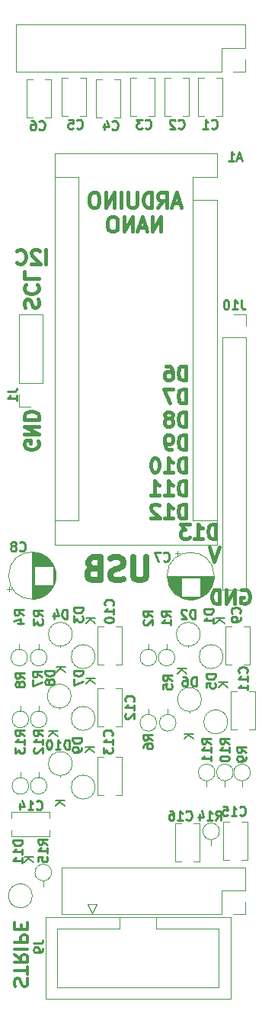
<source format=gbo>
%TF.GenerationSoftware,KiCad,Pcbnew,(6.0.1)*%
%TF.CreationDate,2022-11-20T20:42:09-05:00*%
%TF.ProjectId,ER-PROTO-02-MOZZI-DB,45522d50-524f-4544-9f2d-30322d4d4f5a,1*%
%TF.SameCoordinates,Original*%
%TF.FileFunction,Legend,Bot*%
%TF.FilePolarity,Positive*%
%FSLAX46Y46*%
G04 Gerber Fmt 4.6, Leading zero omitted, Abs format (unit mm)*
G04 Created by KiCad (PCBNEW (6.0.1)) date 2022-11-20 20:42:09*
%MOMM*%
%LPD*%
G01*
G04 APERTURE LIST*
%ADD10C,0.381000*%
%ADD11C,0.375000*%
%ADD12C,0.635000*%
%ADD13C,0.254000*%
%ADD14C,0.150000*%
%ADD15C,0.120000*%
G04 APERTURE END LIST*
D10*
X118754373Y-50073529D02*
X118754373Y-48486029D01*
X118376397Y-48486029D01*
X118149611Y-48561625D01*
X117998421Y-48712815D01*
X117922826Y-48864005D01*
X117847230Y-49166386D01*
X117847230Y-49393172D01*
X117922826Y-49695553D01*
X117998421Y-49846744D01*
X118149611Y-49997934D01*
X118376397Y-50073529D01*
X118754373Y-50073529D01*
X116486516Y-48486029D02*
X116788897Y-48486029D01*
X116940088Y-48561625D01*
X117015683Y-48637220D01*
X117166873Y-48864005D01*
X117242469Y-49166386D01*
X117242469Y-49771148D01*
X117166873Y-49922339D01*
X117091278Y-49997934D01*
X116940088Y-50073529D01*
X116637707Y-50073529D01*
X116486516Y-49997934D01*
X116410921Y-49922339D01*
X116335326Y-49771148D01*
X116335326Y-49393172D01*
X116410921Y-49241982D01*
X116486516Y-49166386D01*
X116637707Y-49090791D01*
X116940088Y-49090791D01*
X117091278Y-49166386D01*
X117166873Y-49241982D01*
X117242469Y-49393172D01*
X118754373Y-52629404D02*
X118754373Y-51041904D01*
X118376397Y-51041904D01*
X118149611Y-51117500D01*
X117998421Y-51268690D01*
X117922826Y-51419880D01*
X117847230Y-51722261D01*
X117847230Y-51949047D01*
X117922826Y-52251428D01*
X117998421Y-52402619D01*
X118149611Y-52553809D01*
X118376397Y-52629404D01*
X118754373Y-52629404D01*
X117318064Y-51041904D02*
X116259730Y-51041904D01*
X116940088Y-52629404D01*
X118754373Y-55185279D02*
X118754373Y-53597779D01*
X118376397Y-53597779D01*
X118149611Y-53673375D01*
X117998421Y-53824565D01*
X117922826Y-53975755D01*
X117847230Y-54278136D01*
X117847230Y-54504922D01*
X117922826Y-54807303D01*
X117998421Y-54958494D01*
X118149611Y-55109684D01*
X118376397Y-55185279D01*
X118754373Y-55185279D01*
X116940088Y-54278136D02*
X117091278Y-54202541D01*
X117166873Y-54126946D01*
X117242469Y-53975755D01*
X117242469Y-53900160D01*
X117166873Y-53748970D01*
X117091278Y-53673375D01*
X116940088Y-53597779D01*
X116637707Y-53597779D01*
X116486516Y-53673375D01*
X116410921Y-53748970D01*
X116335326Y-53900160D01*
X116335326Y-53975755D01*
X116410921Y-54126946D01*
X116486516Y-54202541D01*
X116637707Y-54278136D01*
X116940088Y-54278136D01*
X117091278Y-54353732D01*
X117166873Y-54429327D01*
X117242469Y-54580517D01*
X117242469Y-54882898D01*
X117166873Y-55034089D01*
X117091278Y-55109684D01*
X116940088Y-55185279D01*
X116637707Y-55185279D01*
X116486516Y-55109684D01*
X116410921Y-55034089D01*
X116335326Y-54882898D01*
X116335326Y-54580517D01*
X116410921Y-54429327D01*
X116486516Y-54353732D01*
X116637707Y-54278136D01*
X118754373Y-57741154D02*
X118754373Y-56153654D01*
X118376397Y-56153654D01*
X118149611Y-56229250D01*
X117998421Y-56380440D01*
X117922826Y-56531630D01*
X117847230Y-56834011D01*
X117847230Y-57060797D01*
X117922826Y-57363178D01*
X117998421Y-57514369D01*
X118149611Y-57665559D01*
X118376397Y-57741154D01*
X118754373Y-57741154D01*
X117091278Y-57741154D02*
X116788897Y-57741154D01*
X116637707Y-57665559D01*
X116562111Y-57589964D01*
X116410921Y-57363178D01*
X116335326Y-57060797D01*
X116335326Y-56456035D01*
X116410921Y-56304845D01*
X116486516Y-56229250D01*
X116637707Y-56153654D01*
X116940088Y-56153654D01*
X117091278Y-56229250D01*
X117166873Y-56304845D01*
X117242469Y-56456035D01*
X117242469Y-56834011D01*
X117166873Y-56985202D01*
X117091278Y-57060797D01*
X116940088Y-57136392D01*
X116637707Y-57136392D01*
X116486516Y-57060797D01*
X116410921Y-56985202D01*
X116335326Y-56834011D01*
X118754373Y-60297029D02*
X118754373Y-58709529D01*
X118376397Y-58709529D01*
X118149611Y-58785125D01*
X117998421Y-58936315D01*
X117922826Y-59087505D01*
X117847230Y-59389886D01*
X117847230Y-59616672D01*
X117922826Y-59919053D01*
X117998421Y-60070244D01*
X118149611Y-60221434D01*
X118376397Y-60297029D01*
X118754373Y-60297029D01*
X116335326Y-60297029D02*
X117242469Y-60297029D01*
X116788897Y-60297029D02*
X116788897Y-58709529D01*
X116940088Y-58936315D01*
X117091278Y-59087505D01*
X117242469Y-59163101D01*
X115352588Y-58709529D02*
X115201397Y-58709529D01*
X115050207Y-58785125D01*
X114974611Y-58860720D01*
X114899016Y-59011910D01*
X114823421Y-59314291D01*
X114823421Y-59692267D01*
X114899016Y-59994648D01*
X114974611Y-60145839D01*
X115050207Y-60221434D01*
X115201397Y-60297029D01*
X115352588Y-60297029D01*
X115503778Y-60221434D01*
X115579373Y-60145839D01*
X115654969Y-59994648D01*
X115730564Y-59692267D01*
X115730564Y-59314291D01*
X115654969Y-59011910D01*
X115579373Y-58860720D01*
X115503778Y-58785125D01*
X115352588Y-58709529D01*
X118754373Y-62852904D02*
X118754373Y-61265404D01*
X118376397Y-61265404D01*
X118149611Y-61341000D01*
X117998421Y-61492190D01*
X117922826Y-61643380D01*
X117847230Y-61945761D01*
X117847230Y-62172547D01*
X117922826Y-62474928D01*
X117998421Y-62626119D01*
X118149611Y-62777309D01*
X118376397Y-62852904D01*
X118754373Y-62852904D01*
X116335326Y-62852904D02*
X117242469Y-62852904D01*
X116788897Y-62852904D02*
X116788897Y-61265404D01*
X116940088Y-61492190D01*
X117091278Y-61643380D01*
X117242469Y-61718976D01*
X114823421Y-62852904D02*
X115730564Y-62852904D01*
X115276992Y-62852904D02*
X115276992Y-61265404D01*
X115428183Y-61492190D01*
X115579373Y-61643380D01*
X115730564Y-61718976D01*
X118754373Y-65408779D02*
X118754373Y-63821279D01*
X118376397Y-63821279D01*
X118149611Y-63896875D01*
X117998421Y-64048065D01*
X117922826Y-64199255D01*
X117847230Y-64501636D01*
X117847230Y-64728422D01*
X117922826Y-65030803D01*
X117998421Y-65181994D01*
X118149611Y-65333184D01*
X118376397Y-65408779D01*
X118754373Y-65408779D01*
X116335326Y-65408779D02*
X117242469Y-65408779D01*
X116788897Y-65408779D02*
X116788897Y-63821279D01*
X116940088Y-64048065D01*
X117091278Y-64199255D01*
X117242469Y-64274851D01*
X115730564Y-63972470D02*
X115654969Y-63896875D01*
X115503778Y-63821279D01*
X115125802Y-63821279D01*
X114974611Y-63896875D01*
X114899016Y-63972470D01*
X114823421Y-64123660D01*
X114823421Y-64274851D01*
X114899016Y-64501636D01*
X115806159Y-65408779D01*
X114823421Y-65408779D01*
D11*
X99722857Y-117327714D02*
X99651428Y-117113428D01*
X99651428Y-116756285D01*
X99722857Y-116613428D01*
X99794285Y-116542000D01*
X99937142Y-116470571D01*
X100080000Y-116470571D01*
X100222857Y-116542000D01*
X100294285Y-116613428D01*
X100365714Y-116756285D01*
X100437142Y-117042000D01*
X100508571Y-117184857D01*
X100580000Y-117256285D01*
X100722857Y-117327714D01*
X100865714Y-117327714D01*
X101008571Y-117256285D01*
X101080000Y-117184857D01*
X101151428Y-117042000D01*
X101151428Y-116684857D01*
X101080000Y-116470571D01*
X101151428Y-116042000D02*
X101151428Y-115184857D01*
X99651428Y-115613428D02*
X101151428Y-115613428D01*
X99651428Y-113827714D02*
X100365714Y-114327714D01*
X99651428Y-114684857D02*
X101151428Y-114684857D01*
X101151428Y-114113428D01*
X101080000Y-113970571D01*
X101008571Y-113899142D01*
X100865714Y-113827714D01*
X100651428Y-113827714D01*
X100508571Y-113899142D01*
X100437142Y-113970571D01*
X100365714Y-114113428D01*
X100365714Y-114684857D01*
X99651428Y-113184857D02*
X101151428Y-113184857D01*
X99651428Y-112470571D02*
X101151428Y-112470571D01*
X101151428Y-111899142D01*
X101080000Y-111756285D01*
X101008571Y-111684857D01*
X100865714Y-111613428D01*
X100651428Y-111613428D01*
X100508571Y-111684857D01*
X100437142Y-111756285D01*
X100365714Y-111899142D01*
X100365714Y-112470571D01*
X100437142Y-110970571D02*
X100437142Y-110470571D01*
X99651428Y-110256285D02*
X99651428Y-110970571D01*
X101151428Y-110970571D01*
X101151428Y-110256285D01*
D10*
X118061619Y-30442111D02*
X117275428Y-30442111D01*
X118218857Y-30913825D02*
X117668523Y-29262825D01*
X117118190Y-30913825D01*
X115624428Y-30913825D02*
X116174761Y-30127635D01*
X116567857Y-30913825D02*
X116567857Y-29262825D01*
X115938904Y-29262825D01*
X115781666Y-29341445D01*
X115703047Y-29420064D01*
X115624428Y-29577302D01*
X115624428Y-29813159D01*
X115703047Y-29970397D01*
X115781666Y-30049016D01*
X115938904Y-30127635D01*
X116567857Y-30127635D01*
X114916857Y-30913825D02*
X114916857Y-29262825D01*
X114523761Y-29262825D01*
X114287904Y-29341445D01*
X114130666Y-29498683D01*
X114052047Y-29655921D01*
X113973428Y-29970397D01*
X113973428Y-30206254D01*
X114052047Y-30520730D01*
X114130666Y-30677968D01*
X114287904Y-30835206D01*
X114523761Y-30913825D01*
X114916857Y-30913825D01*
X113265857Y-29262825D02*
X113265857Y-30599349D01*
X113187238Y-30756587D01*
X113108619Y-30835206D01*
X112951380Y-30913825D01*
X112636904Y-30913825D01*
X112479666Y-30835206D01*
X112401047Y-30756587D01*
X112322428Y-30599349D01*
X112322428Y-29262825D01*
X111536238Y-30913825D02*
X111536238Y-29262825D01*
X110750047Y-30913825D02*
X110750047Y-29262825D01*
X109806619Y-30913825D01*
X109806619Y-29262825D01*
X108705952Y-29262825D02*
X108391476Y-29262825D01*
X108234238Y-29341445D01*
X108077000Y-29498683D01*
X107998380Y-29813159D01*
X107998380Y-30363492D01*
X108077000Y-30677968D01*
X108234238Y-30835206D01*
X108391476Y-30913825D01*
X108705952Y-30913825D01*
X108863190Y-30835206D01*
X109020428Y-30677968D01*
X109099047Y-30363492D01*
X109099047Y-29813159D01*
X109020428Y-29498683D01*
X108863190Y-29341445D01*
X108705952Y-29262825D01*
X115938904Y-33571935D02*
X115938904Y-31920935D01*
X114995476Y-33571935D01*
X114995476Y-31920935D01*
X114287904Y-33100221D02*
X113501714Y-33100221D01*
X114445142Y-33571935D02*
X113894809Y-31920935D01*
X113344476Y-33571935D01*
X112794142Y-33571935D02*
X112794142Y-31920935D01*
X111850714Y-33571935D01*
X111850714Y-31920935D01*
X110750047Y-31920935D02*
X110435571Y-31920935D01*
X110278333Y-31999555D01*
X110121095Y-32156793D01*
X110042476Y-32471269D01*
X110042476Y-33021602D01*
X110121095Y-33336078D01*
X110278333Y-33493316D01*
X110435571Y-33571935D01*
X110750047Y-33571935D01*
X110907285Y-33493316D01*
X111064523Y-33336078D01*
X111143142Y-33021602D01*
X111143142Y-32471269D01*
X111064523Y-32156793D01*
X110907285Y-31999555D01*
X110750047Y-31920935D01*
X124907826Y-73374250D02*
X125059016Y-73298654D01*
X125285802Y-73298654D01*
X125512588Y-73374250D01*
X125663778Y-73525440D01*
X125739373Y-73676630D01*
X125814969Y-73979011D01*
X125814969Y-74205797D01*
X125739373Y-74508178D01*
X125663778Y-74659369D01*
X125512588Y-74810559D01*
X125285802Y-74886154D01*
X125134611Y-74886154D01*
X124907826Y-74810559D01*
X124832230Y-74734964D01*
X124832230Y-74205797D01*
X125134611Y-74205797D01*
X124151873Y-74886154D02*
X124151873Y-73298654D01*
X123244730Y-74886154D01*
X123244730Y-73298654D01*
X122488778Y-74886154D02*
X122488778Y-73298654D01*
X122110802Y-73298654D01*
X121884016Y-73374250D01*
X121732826Y-73525440D01*
X121657230Y-73676630D01*
X121581635Y-73979011D01*
X121581635Y-74205797D01*
X121657230Y-74508178D01*
X121732826Y-74659369D01*
X121884016Y-74810559D01*
X122110802Y-74886154D01*
X122488778Y-74886154D01*
X122056373Y-67647154D02*
X122056373Y-66059654D01*
X121678397Y-66059654D01*
X121451611Y-66135250D01*
X121300421Y-66286440D01*
X121224826Y-66437630D01*
X121149230Y-66740011D01*
X121149230Y-66966797D01*
X121224826Y-67269178D01*
X121300421Y-67420369D01*
X121451611Y-67571559D01*
X121678397Y-67647154D01*
X122056373Y-67647154D01*
X119637326Y-67647154D02*
X120544469Y-67647154D01*
X120090897Y-67647154D02*
X120090897Y-66059654D01*
X120242088Y-66286440D01*
X120393278Y-66437630D01*
X120544469Y-66513226D01*
X119108159Y-66059654D02*
X118125421Y-66059654D01*
X118654588Y-66664416D01*
X118427802Y-66664416D01*
X118276611Y-66740011D01*
X118201016Y-66815607D01*
X118125421Y-66966797D01*
X118125421Y-67344773D01*
X118201016Y-67495964D01*
X118276611Y-67571559D01*
X118427802Y-67647154D01*
X118881373Y-67647154D01*
X119032564Y-67571559D01*
X119108159Y-67495964D01*
X102266750Y-56835826D02*
X102342345Y-56987016D01*
X102342345Y-57213802D01*
X102266750Y-57440588D01*
X102115559Y-57591778D01*
X101964369Y-57667373D01*
X101661988Y-57742969D01*
X101435202Y-57742969D01*
X101132821Y-57667373D01*
X100981630Y-57591778D01*
X100830440Y-57440588D01*
X100754845Y-57213802D01*
X100754845Y-57062611D01*
X100830440Y-56835826D01*
X100906035Y-56760230D01*
X101435202Y-56760230D01*
X101435202Y-57062611D01*
X100754845Y-56079873D02*
X102342345Y-56079873D01*
X100754845Y-55172730D01*
X102342345Y-55172730D01*
X100754845Y-54416778D02*
X102342345Y-54416778D01*
X102342345Y-54038802D01*
X102266750Y-53812016D01*
X102115559Y-53660826D01*
X101964369Y-53585230D01*
X101661988Y-53509635D01*
X101435202Y-53509635D01*
X101132821Y-53585230D01*
X100981630Y-53660826D01*
X100830440Y-53812016D01*
X100754845Y-54038802D01*
X100754845Y-54416778D01*
D12*
X114330238Y-69729047D02*
X114330238Y-71785238D01*
X114209285Y-72027142D01*
X114088333Y-72148095D01*
X113846428Y-72269047D01*
X113362619Y-72269047D01*
X113120714Y-72148095D01*
X112999761Y-72027142D01*
X112878809Y-71785238D01*
X112878809Y-69729047D01*
X111790238Y-72148095D02*
X111427380Y-72269047D01*
X110822619Y-72269047D01*
X110580714Y-72148095D01*
X110459761Y-72027142D01*
X110338809Y-71785238D01*
X110338809Y-71543333D01*
X110459761Y-71301428D01*
X110580714Y-71180476D01*
X110822619Y-71059523D01*
X111306428Y-70938571D01*
X111548333Y-70817619D01*
X111669285Y-70696666D01*
X111790238Y-70454761D01*
X111790238Y-70212857D01*
X111669285Y-69970952D01*
X111548333Y-69850000D01*
X111306428Y-69729047D01*
X110701666Y-69729047D01*
X110338809Y-69850000D01*
X108403571Y-70938571D02*
X108040714Y-71059523D01*
X107919761Y-71180476D01*
X107798809Y-71422380D01*
X107798809Y-71785238D01*
X107919761Y-72027142D01*
X108040714Y-72148095D01*
X108282619Y-72269047D01*
X109250238Y-72269047D01*
X109250238Y-69729047D01*
X108403571Y-69729047D01*
X108161666Y-69850000D01*
X108040714Y-69970952D01*
X107919761Y-70212857D01*
X107919761Y-70454761D01*
X108040714Y-70696666D01*
X108161666Y-70817619D01*
X108403571Y-70938571D01*
X109250238Y-70938571D01*
D10*
X100830440Y-41994969D02*
X100754845Y-41768183D01*
X100754845Y-41390207D01*
X100830440Y-41239016D01*
X100906035Y-41163421D01*
X101057226Y-41087826D01*
X101208416Y-41087826D01*
X101359607Y-41163421D01*
X101435202Y-41239016D01*
X101510797Y-41390207D01*
X101586392Y-41692588D01*
X101661988Y-41843778D01*
X101737583Y-41919373D01*
X101888773Y-41994969D01*
X102039964Y-41994969D01*
X102191154Y-41919373D01*
X102266750Y-41843778D01*
X102342345Y-41692588D01*
X102342345Y-41314611D01*
X102266750Y-41087826D01*
X100906035Y-39500326D02*
X100830440Y-39575921D01*
X100754845Y-39802707D01*
X100754845Y-39953897D01*
X100830440Y-40180683D01*
X100981630Y-40331873D01*
X101132821Y-40407469D01*
X101435202Y-40483064D01*
X101661988Y-40483064D01*
X101964369Y-40407469D01*
X102115559Y-40331873D01*
X102266750Y-40180683D01*
X102342345Y-39953897D01*
X102342345Y-39802707D01*
X102266750Y-39575921D01*
X102191154Y-39500326D01*
X100754845Y-38064016D02*
X100754845Y-38819969D01*
X102342345Y-38819969D01*
X103133373Y-37167154D02*
X103133373Y-35579654D01*
X102453016Y-35730845D02*
X102377421Y-35655250D01*
X102226230Y-35579654D01*
X101848254Y-35579654D01*
X101697064Y-35655250D01*
X101621469Y-35730845D01*
X101545873Y-35882035D01*
X101545873Y-36033226D01*
X101621469Y-36260011D01*
X102528611Y-37167154D01*
X101545873Y-37167154D01*
X99958373Y-37015964D02*
X100033969Y-37091559D01*
X100260754Y-37167154D01*
X100411945Y-37167154D01*
X100638730Y-37091559D01*
X100789921Y-36940369D01*
X100865516Y-36789178D01*
X100941111Y-36486797D01*
X100941111Y-36260011D01*
X100865516Y-35957630D01*
X100789921Y-35806440D01*
X100638730Y-35655250D01*
X100411945Y-35579654D01*
X100260754Y-35579654D01*
X100033969Y-35655250D01*
X99958373Y-35730845D01*
X122410159Y-68599654D02*
X121880992Y-70187154D01*
X121351826Y-68599654D01*
D13*
%TO.C,D2*%
X119748904Y-76532619D02*
X119748904Y-75516619D01*
X119507000Y-75516619D01*
X119361857Y-75565000D01*
X119265095Y-75661761D01*
X119216714Y-75758523D01*
X119168333Y-75952047D01*
X119168333Y-76097190D01*
X119216714Y-76290714D01*
X119265095Y-76387476D01*
X119361857Y-76484238D01*
X119507000Y-76532619D01*
X119748904Y-76532619D01*
X118781285Y-75613380D02*
X118732904Y-75565000D01*
X118636142Y-75516619D01*
X118394238Y-75516619D01*
X118297476Y-75565000D01*
X118249095Y-75613380D01*
X118200714Y-75710142D01*
X118200714Y-75806904D01*
X118249095Y-75952047D01*
X118829666Y-76532619D01*
X118200714Y-76532619D01*
D14*
X118816380Y-82034095D02*
X117816380Y-82034095D01*
X118816380Y-82605523D02*
X118244952Y-82176952D01*
X117816380Y-82605523D02*
X118387809Y-82034095D01*
D13*
%TO.C,D6*%
X119875904Y-84025619D02*
X119875904Y-83009619D01*
X119634000Y-83009619D01*
X119488857Y-83058000D01*
X119392095Y-83154761D01*
X119343714Y-83251523D01*
X119295333Y-83445047D01*
X119295333Y-83590190D01*
X119343714Y-83783714D01*
X119392095Y-83880476D01*
X119488857Y-83977238D01*
X119634000Y-84025619D01*
X119875904Y-84025619D01*
X118424476Y-83009619D02*
X118618000Y-83009619D01*
X118714761Y-83058000D01*
X118763142Y-83106380D01*
X118859904Y-83251523D01*
X118908285Y-83445047D01*
X118908285Y-83832095D01*
X118859904Y-83928857D01*
X118811523Y-83977238D01*
X118714761Y-84025619D01*
X118521238Y-84025619D01*
X118424476Y-83977238D01*
X118376095Y-83928857D01*
X118327714Y-83832095D01*
X118327714Y-83590190D01*
X118376095Y-83493428D01*
X118424476Y-83445047D01*
X118521238Y-83396666D01*
X118714761Y-83396666D01*
X118811523Y-83445047D01*
X118859904Y-83493428D01*
X118908285Y-83590190D01*
D14*
X119578380Y-89301781D02*
X118578380Y-89301781D01*
X119578380Y-89873209D02*
X119006952Y-89444638D01*
X118578380Y-89873209D02*
X119149809Y-89301781D01*
D13*
%TO.C,C1*%
X121581333Y-22079857D02*
X121629714Y-22128238D01*
X121774857Y-22176619D01*
X121871619Y-22176619D01*
X122016761Y-22128238D01*
X122113523Y-22031476D01*
X122161904Y-21934714D01*
X122210285Y-21741190D01*
X122210285Y-21596047D01*
X122161904Y-21402523D01*
X122113523Y-21305761D01*
X122016761Y-21209000D01*
X121871619Y-21160619D01*
X121774857Y-21160619D01*
X121629714Y-21209000D01*
X121581333Y-21257380D01*
X120613714Y-22176619D02*
X121194285Y-22176619D01*
X120904000Y-22176619D02*
X120904000Y-21160619D01*
X121000761Y-21305761D01*
X121097523Y-21402523D01*
X121194285Y-21450904D01*
%TO.C,R2*%
X115013619Y-76284666D02*
X114529809Y-75946000D01*
X115013619Y-75704095D02*
X113997619Y-75704095D01*
X113997619Y-76091142D01*
X114046000Y-76187904D01*
X114094380Y-76236285D01*
X114191142Y-76284666D01*
X114336285Y-76284666D01*
X114433047Y-76236285D01*
X114481428Y-76187904D01*
X114529809Y-76091142D01*
X114529809Y-75704095D01*
X114094380Y-76671714D02*
X114046000Y-76720095D01*
X113997619Y-76816857D01*
X113997619Y-77058761D01*
X114046000Y-77155523D01*
X114094380Y-77203904D01*
X114191142Y-77252285D01*
X114287904Y-77252285D01*
X114433047Y-77203904D01*
X115013619Y-76623333D01*
X115013619Y-77252285D01*
%TO.C,C13*%
X110471857Y-89516847D02*
X110520238Y-89468466D01*
X110568619Y-89323323D01*
X110568619Y-89226561D01*
X110520238Y-89081418D01*
X110423476Y-88984656D01*
X110326714Y-88936275D01*
X110133190Y-88887894D01*
X109988047Y-88887894D01*
X109794523Y-88936275D01*
X109697761Y-88984656D01*
X109601000Y-89081418D01*
X109552619Y-89226561D01*
X109552619Y-89323323D01*
X109601000Y-89468466D01*
X109649380Y-89516847D01*
X110568619Y-90484466D02*
X110568619Y-89903894D01*
X110568619Y-90194180D02*
X109552619Y-90194180D01*
X109697761Y-90097418D01*
X109794523Y-90000656D01*
X109842904Y-89903894D01*
X109552619Y-90823132D02*
X109552619Y-91452085D01*
X109939666Y-91113418D01*
X109939666Y-91258561D01*
X109988047Y-91355323D01*
X110036428Y-91403704D01*
X110133190Y-91452085D01*
X110375095Y-91452085D01*
X110471857Y-91403704D01*
X110520238Y-91355323D01*
X110568619Y-91258561D01*
X110568619Y-90968275D01*
X110520238Y-90871513D01*
X110471857Y-90823132D01*
%TO.C,C14*%
X102126142Y-97644857D02*
X102174523Y-97693238D01*
X102319666Y-97741619D01*
X102416428Y-97741619D01*
X102561571Y-97693238D01*
X102658333Y-97596476D01*
X102706714Y-97499714D01*
X102755095Y-97306190D01*
X102755095Y-97161047D01*
X102706714Y-96967523D01*
X102658333Y-96870761D01*
X102561571Y-96774000D01*
X102416428Y-96725619D01*
X102319666Y-96725619D01*
X102174523Y-96774000D01*
X102126142Y-96822380D01*
X101158523Y-97741619D02*
X101739095Y-97741619D01*
X101448809Y-97741619D02*
X101448809Y-96725619D01*
X101545571Y-96870761D01*
X101642333Y-96967523D01*
X101739095Y-97015904D01*
X100287666Y-97064285D02*
X100287666Y-97741619D01*
X100529571Y-96677238D02*
X100771476Y-97402952D01*
X100142523Y-97402952D01*
%TO.C,R10*%
X123522619Y-90405857D02*
X123038809Y-90067190D01*
X123522619Y-89825285D02*
X122506619Y-89825285D01*
X122506619Y-90212333D01*
X122555000Y-90309095D01*
X122603380Y-90357476D01*
X122700142Y-90405857D01*
X122845285Y-90405857D01*
X122942047Y-90357476D01*
X122990428Y-90309095D01*
X123038809Y-90212333D01*
X123038809Y-89825285D01*
X123522619Y-91373476D02*
X123522619Y-90792904D01*
X123522619Y-91083190D02*
X122506619Y-91083190D01*
X122651761Y-90986428D01*
X122748523Y-90889666D01*
X122796904Y-90792904D01*
X122506619Y-92002428D02*
X122506619Y-92099190D01*
X122555000Y-92195952D01*
X122603380Y-92244333D01*
X122700142Y-92292714D01*
X122893666Y-92341095D01*
X123135571Y-92341095D01*
X123329095Y-92292714D01*
X123425857Y-92244333D01*
X123474238Y-92195952D01*
X123522619Y-92099190D01*
X123522619Y-92002428D01*
X123474238Y-91905666D01*
X123425857Y-91857285D01*
X123329095Y-91808904D01*
X123135571Y-91760523D01*
X122893666Y-91760523D01*
X122700142Y-91808904D01*
X122603380Y-91857285D01*
X122555000Y-91905666D01*
X122506619Y-92002428D01*
%TO.C,R3*%
X102821619Y-76234653D02*
X102337809Y-75895987D01*
X102821619Y-75654082D02*
X101805619Y-75654082D01*
X101805619Y-76041129D01*
X101854000Y-76137891D01*
X101902380Y-76186272D01*
X101999142Y-76234653D01*
X102144285Y-76234653D01*
X102241047Y-76186272D01*
X102289428Y-76137891D01*
X102337809Y-76041129D01*
X102337809Y-75654082D01*
X101805619Y-76573320D02*
X101805619Y-77202272D01*
X102192666Y-76863606D01*
X102192666Y-77008748D01*
X102241047Y-77105510D01*
X102289428Y-77153891D01*
X102386190Y-77202272D01*
X102628095Y-77202272D01*
X102724857Y-77153891D01*
X102773238Y-77105510D01*
X102821619Y-77008748D01*
X102821619Y-76718463D01*
X102773238Y-76621701D01*
X102724857Y-76573320D01*
%TO.C,R7*%
X102694619Y-83015666D02*
X102210809Y-82677000D01*
X102694619Y-82435095D02*
X101678619Y-82435095D01*
X101678619Y-82822142D01*
X101727000Y-82918904D01*
X101775380Y-82967285D01*
X101872142Y-83015666D01*
X102017285Y-83015666D01*
X102114047Y-82967285D01*
X102162428Y-82918904D01*
X102210809Y-82822142D01*
X102210809Y-82435095D01*
X101678619Y-83354333D02*
X101678619Y-84031666D01*
X102694619Y-83596238D01*
%TO.C,C4*%
X110532333Y-22206857D02*
X110580714Y-22255238D01*
X110725857Y-22303619D01*
X110822619Y-22303619D01*
X110967761Y-22255238D01*
X111064523Y-22158476D01*
X111112904Y-22061714D01*
X111161285Y-21868190D01*
X111161285Y-21723047D01*
X111112904Y-21529523D01*
X111064523Y-21432761D01*
X110967761Y-21336000D01*
X110822619Y-21287619D01*
X110725857Y-21287619D01*
X110580714Y-21336000D01*
X110532333Y-21384380D01*
X109661476Y-21626285D02*
X109661476Y-22303619D01*
X109903380Y-21239238D02*
X110145285Y-21964952D01*
X109516333Y-21964952D01*
%TO.C,R15*%
X103329619Y-101581882D02*
X102845809Y-101243215D01*
X103329619Y-101001310D02*
X102313619Y-101001310D01*
X102313619Y-101388358D01*
X102362000Y-101485120D01*
X102410380Y-101533501D01*
X102507142Y-101581882D01*
X102652285Y-101581882D01*
X102749047Y-101533501D01*
X102797428Y-101485120D01*
X102845809Y-101388358D01*
X102845809Y-101001310D01*
X103329619Y-102549501D02*
X103329619Y-101968929D01*
X103329619Y-102259215D02*
X102313619Y-102259215D01*
X102458761Y-102162453D01*
X102555523Y-102065691D01*
X102603904Y-101968929D01*
X102313619Y-103468739D02*
X102313619Y-102984929D01*
X102797428Y-102936548D01*
X102749047Y-102984929D01*
X102700666Y-103081691D01*
X102700666Y-103323596D01*
X102749047Y-103420358D01*
X102797428Y-103468739D01*
X102894190Y-103517120D01*
X103136095Y-103517120D01*
X103232857Y-103468739D01*
X103281238Y-103420358D01*
X103329619Y-103323596D01*
X103329619Y-103081691D01*
X103281238Y-102984929D01*
X103232857Y-102936548D01*
%TO.C,D5*%
X121998619Y-82689095D02*
X120982619Y-82689095D01*
X120982619Y-82931000D01*
X121031000Y-83076142D01*
X121127761Y-83172904D01*
X121224523Y-83221285D01*
X121418047Y-83269666D01*
X121563190Y-83269666D01*
X121756714Y-83221285D01*
X121853476Y-83172904D01*
X121950238Y-83076142D01*
X121998619Y-82931000D01*
X121998619Y-82689095D01*
X120982619Y-84188904D02*
X120982619Y-83705095D01*
X121466428Y-83656714D01*
X121418047Y-83705095D01*
X121369666Y-83801857D01*
X121369666Y-84043761D01*
X121418047Y-84140523D01*
X121466428Y-84188904D01*
X121563190Y-84237285D01*
X121805095Y-84237285D01*
X121901857Y-84188904D01*
X121950238Y-84140523D01*
X121998619Y-84043761D01*
X121998619Y-83801857D01*
X121950238Y-83705095D01*
X121901857Y-83656714D01*
D14*
X123388380Y-83558095D02*
X122388380Y-83558095D01*
X123388380Y-84129523D02*
X122816952Y-83700952D01*
X122388380Y-84129523D02*
X122959809Y-83558095D01*
D13*
%TO.C,R13*%
X100789619Y-89516857D02*
X100305809Y-89178190D01*
X100789619Y-88936285D02*
X99773619Y-88936285D01*
X99773619Y-89323333D01*
X99822000Y-89420095D01*
X99870380Y-89468476D01*
X99967142Y-89516857D01*
X100112285Y-89516857D01*
X100209047Y-89468476D01*
X100257428Y-89420095D01*
X100305809Y-89323333D01*
X100305809Y-88936285D01*
X100789619Y-90484476D02*
X100789619Y-89903904D01*
X100789619Y-90194190D02*
X99773619Y-90194190D01*
X99918761Y-90097428D01*
X100015523Y-90000666D01*
X100063904Y-89903904D01*
X99773619Y-90823142D02*
X99773619Y-91452095D01*
X100160666Y-91113428D01*
X100160666Y-91258571D01*
X100209047Y-91355333D01*
X100257428Y-91403714D01*
X100354190Y-91452095D01*
X100596095Y-91452095D01*
X100692857Y-91403714D01*
X100741238Y-91355333D01*
X100789619Y-91258571D01*
X100789619Y-90968285D01*
X100741238Y-90871523D01*
X100692857Y-90823142D01*
%TO.C,C3*%
X114215333Y-22079857D02*
X114263714Y-22128238D01*
X114408857Y-22176619D01*
X114505619Y-22176619D01*
X114650761Y-22128238D01*
X114747523Y-22031476D01*
X114795904Y-21934714D01*
X114844285Y-21741190D01*
X114844285Y-21596047D01*
X114795904Y-21402523D01*
X114747523Y-21305761D01*
X114650761Y-21209000D01*
X114505619Y-21160619D01*
X114408857Y-21160619D01*
X114263714Y-21209000D01*
X114215333Y-21257380D01*
X113876666Y-21160619D02*
X113247714Y-21160619D01*
X113586380Y-21547666D01*
X113441238Y-21547666D01*
X113344476Y-21596047D01*
X113296095Y-21644428D01*
X113247714Y-21741190D01*
X113247714Y-21983095D01*
X113296095Y-22079857D01*
X113344476Y-22128238D01*
X113441238Y-22176619D01*
X113731523Y-22176619D01*
X113828285Y-22128238D01*
X113876666Y-22079857D01*
%TO.C,A1*%
X124931714Y-25442333D02*
X124447904Y-25442333D01*
X125028476Y-25732619D02*
X124689809Y-24716619D01*
X124351142Y-25732619D01*
X123480285Y-25732619D02*
X124060857Y-25732619D01*
X123770571Y-25732619D02*
X123770571Y-24716619D01*
X123867333Y-24861761D01*
X123964095Y-24958523D01*
X124060857Y-25006904D01*
%TO.C,R4*%
X100662619Y-76157666D02*
X100178809Y-75819000D01*
X100662619Y-75577095D02*
X99646619Y-75577095D01*
X99646619Y-75964142D01*
X99695000Y-76060904D01*
X99743380Y-76109285D01*
X99840142Y-76157666D01*
X99985285Y-76157666D01*
X100082047Y-76109285D01*
X100130428Y-76060904D01*
X100178809Y-75964142D01*
X100178809Y-75577095D01*
X99985285Y-77028523D02*
X100662619Y-77028523D01*
X99598238Y-76786619D02*
X100323952Y-76544714D01*
X100323952Y-77173666D01*
%TO.C,D9*%
X107139619Y-89801095D02*
X106123619Y-89801095D01*
X106123619Y-90043000D01*
X106172000Y-90188142D01*
X106268761Y-90284904D01*
X106365523Y-90333285D01*
X106559047Y-90381666D01*
X106704190Y-90381666D01*
X106897714Y-90333285D01*
X106994476Y-90284904D01*
X107091238Y-90188142D01*
X107139619Y-90043000D01*
X107139619Y-89801095D01*
X107139619Y-90865476D02*
X107139619Y-91059000D01*
X107091238Y-91155761D01*
X107042857Y-91204142D01*
X106897714Y-91300904D01*
X106704190Y-91349285D01*
X106317142Y-91349285D01*
X106220380Y-91300904D01*
X106172000Y-91252523D01*
X106123619Y-91155761D01*
X106123619Y-90962238D01*
X106172000Y-90865476D01*
X106220380Y-90817095D01*
X106317142Y-90768714D01*
X106559047Y-90768714D01*
X106655809Y-90817095D01*
X106704190Y-90865476D01*
X106752571Y-90962238D01*
X106752571Y-91155761D01*
X106704190Y-91252523D01*
X106655809Y-91300904D01*
X106559047Y-91349285D01*
D14*
X108529380Y-90797095D02*
X107529380Y-90797095D01*
X108529380Y-91368523D02*
X107957952Y-90939952D01*
X107529380Y-91368523D02*
X108100809Y-90797095D01*
D13*
%TO.C,R14*%
X122065142Y-98884619D02*
X122403809Y-98400809D01*
X122645714Y-98884619D02*
X122645714Y-97868619D01*
X122258666Y-97868619D01*
X122161904Y-97917000D01*
X122113523Y-97965380D01*
X122065142Y-98062142D01*
X122065142Y-98207285D01*
X122113523Y-98304047D01*
X122161904Y-98352428D01*
X122258666Y-98400809D01*
X122645714Y-98400809D01*
X121097523Y-98884619D02*
X121678095Y-98884619D01*
X121387809Y-98884619D02*
X121387809Y-97868619D01*
X121484571Y-98013761D01*
X121581333Y-98110523D01*
X121678095Y-98158904D01*
X120226666Y-98207285D02*
X120226666Y-98884619D01*
X120468571Y-97820238D02*
X120710476Y-98545952D01*
X120081523Y-98545952D01*
%TO.C,C15*%
X124732142Y-98279867D02*
X124780523Y-98328248D01*
X124925666Y-98376629D01*
X125022428Y-98376629D01*
X125167571Y-98328248D01*
X125264333Y-98231486D01*
X125312714Y-98134724D01*
X125361095Y-97941200D01*
X125361095Y-97796057D01*
X125312714Y-97602533D01*
X125264333Y-97505771D01*
X125167571Y-97409010D01*
X125022428Y-97360629D01*
X124925666Y-97360629D01*
X124780523Y-97409010D01*
X124732142Y-97457390D01*
X123764523Y-98376629D02*
X124345095Y-98376629D01*
X124054809Y-98376629D02*
X124054809Y-97360629D01*
X124151571Y-97505771D01*
X124248333Y-97602533D01*
X124345095Y-97650914D01*
X122845285Y-97360629D02*
X123329095Y-97360629D01*
X123377476Y-97844438D01*
X123329095Y-97796057D01*
X123232333Y-97747676D01*
X122990428Y-97747676D01*
X122893666Y-97796057D01*
X122845285Y-97844438D01*
X122796904Y-97941200D01*
X122796904Y-98183105D01*
X122845285Y-98279867D01*
X122893666Y-98328248D01*
X122990428Y-98376629D01*
X123232333Y-98376629D01*
X123329095Y-98328248D01*
X123377476Y-98279867D01*
%TO.C,C10*%
X110598857Y-75038857D02*
X110647238Y-74990476D01*
X110695619Y-74845333D01*
X110695619Y-74748571D01*
X110647238Y-74603428D01*
X110550476Y-74506666D01*
X110453714Y-74458285D01*
X110260190Y-74409904D01*
X110115047Y-74409904D01*
X109921523Y-74458285D01*
X109824761Y-74506666D01*
X109728000Y-74603428D01*
X109679619Y-74748571D01*
X109679619Y-74845333D01*
X109728000Y-74990476D01*
X109776380Y-75038857D01*
X110695619Y-76006476D02*
X110695619Y-75425904D01*
X110695619Y-75716190D02*
X109679619Y-75716190D01*
X109824761Y-75619428D01*
X109921523Y-75522666D01*
X109969904Y-75425904D01*
X109679619Y-76635428D02*
X109679619Y-76732190D01*
X109728000Y-76828952D01*
X109776380Y-76877333D01*
X109873142Y-76925714D01*
X110066666Y-76974095D01*
X110308571Y-76974095D01*
X110502095Y-76925714D01*
X110598857Y-76877333D01*
X110647238Y-76828952D01*
X110695619Y-76732190D01*
X110695619Y-76635428D01*
X110647238Y-76538666D01*
X110598857Y-76490285D01*
X110502095Y-76441904D01*
X110308571Y-76393523D01*
X110066666Y-76393523D01*
X109873142Y-76441904D01*
X109776380Y-76490285D01*
X109728000Y-76538666D01*
X109679619Y-76635428D01*
%TO.C,D7*%
X107266619Y-82308095D02*
X106250619Y-82308095D01*
X106250619Y-82550000D01*
X106299000Y-82695142D01*
X106395761Y-82791904D01*
X106492523Y-82840285D01*
X106686047Y-82888666D01*
X106831190Y-82888666D01*
X107024714Y-82840285D01*
X107121476Y-82791904D01*
X107218238Y-82695142D01*
X107266619Y-82550000D01*
X107266619Y-82308095D01*
X106250619Y-83227333D02*
X106250619Y-83904666D01*
X107266619Y-83469238D01*
D14*
X108656380Y-83177095D02*
X107656380Y-83177095D01*
X108656380Y-83748523D02*
X108084952Y-83319952D01*
X107656380Y-83748523D02*
X108227809Y-83177095D01*
D13*
%TO.C,R6*%
X115013619Y-90000666D02*
X114529809Y-89662000D01*
X115013619Y-89420095D02*
X113997619Y-89420095D01*
X113997619Y-89807142D01*
X114046000Y-89903904D01*
X114094380Y-89952285D01*
X114191142Y-90000666D01*
X114336285Y-90000666D01*
X114433047Y-89952285D01*
X114481428Y-89903904D01*
X114529809Y-89807142D01*
X114529809Y-89420095D01*
X113997619Y-90871523D02*
X113997619Y-90678000D01*
X114046000Y-90581238D01*
X114094380Y-90532857D01*
X114239523Y-90436095D01*
X114433047Y-90387714D01*
X114820095Y-90387714D01*
X114916857Y-90436095D01*
X114965238Y-90484476D01*
X115013619Y-90581238D01*
X115013619Y-90774761D01*
X114965238Y-90871523D01*
X114916857Y-90919904D01*
X114820095Y-90968285D01*
X114578190Y-90968285D01*
X114481428Y-90919904D01*
X114433047Y-90871523D01*
X114384666Y-90774761D01*
X114384666Y-90581238D01*
X114433047Y-90484476D01*
X114481428Y-90436095D01*
X114578190Y-90387714D01*
%TO.C,J1*%
X98884619Y-51350333D02*
X99610333Y-51350333D01*
X99755476Y-51301952D01*
X99852238Y-51205190D01*
X99900619Y-51060047D01*
X99900619Y-50963285D01*
X99900619Y-52366333D02*
X99900619Y-51785761D01*
X99900619Y-52076047D02*
X98884619Y-52076047D01*
X99029761Y-51979285D01*
X99126523Y-51882523D01*
X99174904Y-51785761D01*
%TO.C,C11*%
X125477847Y-82531857D02*
X125526228Y-82483476D01*
X125574609Y-82338333D01*
X125574609Y-82241571D01*
X125526228Y-82096428D01*
X125429466Y-81999666D01*
X125332704Y-81951285D01*
X125139180Y-81902904D01*
X124994037Y-81902904D01*
X124800513Y-81951285D01*
X124703751Y-81999666D01*
X124606990Y-82096428D01*
X124558609Y-82241571D01*
X124558609Y-82338333D01*
X124606990Y-82483476D01*
X124655370Y-82531857D01*
X125574609Y-83499476D02*
X125574609Y-82918904D01*
X125574609Y-83209190D02*
X124558609Y-83209190D01*
X124703751Y-83112428D01*
X124800513Y-83015666D01*
X124848894Y-82918904D01*
X125574609Y-84467095D02*
X125574609Y-83886523D01*
X125574609Y-84176809D02*
X124558609Y-84176809D01*
X124703751Y-84080047D01*
X124800513Y-83983285D01*
X124848894Y-83886523D01*
%TO.C,R12*%
X102821619Y-89516857D02*
X102337809Y-89178190D01*
X102821619Y-88936285D02*
X101805619Y-88936285D01*
X101805619Y-89323333D01*
X101854000Y-89420095D01*
X101902380Y-89468476D01*
X101999142Y-89516857D01*
X102144285Y-89516857D01*
X102241047Y-89468476D01*
X102289428Y-89420095D01*
X102337809Y-89323333D01*
X102337809Y-88936285D01*
X102821619Y-90484476D02*
X102821619Y-89903904D01*
X102821619Y-90194190D02*
X101805619Y-90194190D01*
X101950761Y-90097428D01*
X102047523Y-90000666D01*
X102095904Y-89903904D01*
X101902380Y-90871523D02*
X101854000Y-90919904D01*
X101805619Y-91016666D01*
X101805619Y-91258571D01*
X101854000Y-91355333D01*
X101902380Y-91403714D01*
X101999142Y-91452095D01*
X102095904Y-91452095D01*
X102241047Y-91403714D01*
X102821619Y-90823142D01*
X102821619Y-91452095D01*
%TO.C,D1*%
X121744619Y-75470085D02*
X120728619Y-75470085D01*
X120728619Y-75711990D01*
X120777000Y-75857132D01*
X120873761Y-75953894D01*
X120970523Y-76002275D01*
X121164047Y-76050656D01*
X121309190Y-76050656D01*
X121502714Y-76002275D01*
X121599476Y-75953894D01*
X121696238Y-75857132D01*
X121744619Y-75711990D01*
X121744619Y-75470085D01*
X121744619Y-77018275D02*
X121744619Y-76437704D01*
X121744619Y-76727990D02*
X120728619Y-76727990D01*
X120873761Y-76631228D01*
X120970523Y-76534466D01*
X121018904Y-76437704D01*
D14*
X123007380Y-76466095D02*
X122007380Y-76466095D01*
X123007380Y-77037523D02*
X122435952Y-76608952D01*
X122007380Y-77037523D02*
X122578809Y-76466095D01*
D13*
%TO.C,C12*%
X112884857Y-85706857D02*
X112933238Y-85658476D01*
X112981619Y-85513333D01*
X112981619Y-85416571D01*
X112933238Y-85271428D01*
X112836476Y-85174666D01*
X112739714Y-85126285D01*
X112546190Y-85077904D01*
X112401047Y-85077904D01*
X112207523Y-85126285D01*
X112110761Y-85174666D01*
X112014000Y-85271428D01*
X111965619Y-85416571D01*
X111965619Y-85513333D01*
X112014000Y-85658476D01*
X112062380Y-85706857D01*
X112981619Y-86674476D02*
X112981619Y-86093904D01*
X112981619Y-86384190D02*
X111965619Y-86384190D01*
X112110761Y-86287428D01*
X112207523Y-86190666D01*
X112255904Y-86093904D01*
X112062380Y-87061523D02*
X112014000Y-87109904D01*
X111965619Y-87206666D01*
X111965619Y-87448571D01*
X112014000Y-87545333D01*
X112062380Y-87593714D01*
X112159142Y-87642095D01*
X112255904Y-87642095D01*
X112401047Y-87593714D01*
X112981619Y-87013142D01*
X112981619Y-87642095D01*
%TO.C,C7*%
X116247333Y-70085857D02*
X116295714Y-70134238D01*
X116440857Y-70182619D01*
X116537619Y-70182619D01*
X116682761Y-70134238D01*
X116779523Y-70037476D01*
X116827904Y-69940714D01*
X116876285Y-69747190D01*
X116876285Y-69602047D01*
X116827904Y-69408523D01*
X116779523Y-69311761D01*
X116682761Y-69215000D01*
X116537619Y-69166619D01*
X116440857Y-69166619D01*
X116295714Y-69215000D01*
X116247333Y-69263380D01*
X115908666Y-69166619D02*
X115231333Y-69166619D01*
X115666761Y-70182619D01*
%TO.C,R8*%
X100789619Y-83142666D02*
X100305809Y-82804000D01*
X100789619Y-82562095D02*
X99773619Y-82562095D01*
X99773619Y-82949142D01*
X99822000Y-83045904D01*
X99870380Y-83094285D01*
X99967142Y-83142666D01*
X100112285Y-83142666D01*
X100209047Y-83094285D01*
X100257428Y-83045904D01*
X100305809Y-82949142D01*
X100305809Y-82562095D01*
X100209047Y-83723238D02*
X100160666Y-83626476D01*
X100112285Y-83578095D01*
X100015523Y-83529714D01*
X99967142Y-83529714D01*
X99870380Y-83578095D01*
X99822000Y-83626476D01*
X99773619Y-83723238D01*
X99773619Y-83916761D01*
X99822000Y-84013523D01*
X99870380Y-84061904D01*
X99967142Y-84110285D01*
X100015523Y-84110285D01*
X100112285Y-84061904D01*
X100160666Y-84013523D01*
X100209047Y-83916761D01*
X100209047Y-83723238D01*
X100257428Y-83626476D01*
X100305809Y-83578095D01*
X100402571Y-83529714D01*
X100596095Y-83529714D01*
X100692857Y-83578095D01*
X100741238Y-83626476D01*
X100789619Y-83723238D01*
X100789619Y-83916761D01*
X100741238Y-84013523D01*
X100692857Y-84061904D01*
X100596095Y-84110285D01*
X100402571Y-84110285D01*
X100305809Y-84061904D01*
X100257428Y-84013523D01*
X100209047Y-83916761D01*
%TO.C,J9*%
X101805619Y-112564333D02*
X102531333Y-112564333D01*
X102676476Y-112515952D01*
X102773238Y-112419190D01*
X102821619Y-112274047D01*
X102821619Y-112177285D01*
X102821619Y-113096523D02*
X102821619Y-113290047D01*
X102773238Y-113386809D01*
X102724857Y-113435190D01*
X102579714Y-113531952D01*
X102386190Y-113580333D01*
X101999142Y-113580333D01*
X101902380Y-113531952D01*
X101854000Y-113483571D01*
X101805619Y-113386809D01*
X101805619Y-113193285D01*
X101854000Y-113096523D01*
X101902380Y-113048142D01*
X101999142Y-112999761D01*
X102241047Y-112999761D01*
X102337809Y-113048142D01*
X102386190Y-113096523D01*
X102434571Y-113193285D01*
X102434571Y-113386809D01*
X102386190Y-113483571D01*
X102337809Y-113531952D01*
X102241047Y-113580333D01*
%TO.C,D11*%
X100535619Y-101128285D02*
X99519619Y-101128285D01*
X99519619Y-101370190D01*
X99568000Y-101515333D01*
X99664761Y-101612095D01*
X99761523Y-101660476D01*
X99955047Y-101708857D01*
X100100190Y-101708857D01*
X100293714Y-101660476D01*
X100390476Y-101612095D01*
X100487238Y-101515333D01*
X100535619Y-101370190D01*
X100535619Y-101128285D01*
X100535619Y-102676476D02*
X100535619Y-102095904D01*
X100535619Y-102386190D02*
X99519619Y-102386190D01*
X99664761Y-102289428D01*
X99761523Y-102192666D01*
X99809904Y-102095904D01*
X100535619Y-103644095D02*
X100535619Y-103063523D01*
X100535619Y-103353809D02*
X99519619Y-103353809D01*
X99664761Y-103257047D01*
X99761523Y-103160285D01*
X99809904Y-103063523D01*
D14*
X101798380Y-102989095D02*
X100798380Y-102989095D01*
X101798380Y-103560523D02*
X101226952Y-103131952D01*
X100798380Y-103560523D02*
X101369809Y-102989095D01*
D13*
%TO.C,D10*%
X105754714Y-91010619D02*
X105754714Y-89994619D01*
X105512809Y-89994619D01*
X105367666Y-90043000D01*
X105270904Y-90139761D01*
X105222523Y-90236523D01*
X105174142Y-90430047D01*
X105174142Y-90575190D01*
X105222523Y-90768714D01*
X105270904Y-90865476D01*
X105367666Y-90962238D01*
X105512809Y-91010619D01*
X105754714Y-91010619D01*
X104206523Y-91010619D02*
X104787095Y-91010619D01*
X104496809Y-91010619D02*
X104496809Y-89994619D01*
X104593571Y-90139761D01*
X104690333Y-90236523D01*
X104787095Y-90284904D01*
X103577571Y-89994619D02*
X103480809Y-89994619D01*
X103384047Y-90043000D01*
X103335666Y-90091380D01*
X103287285Y-90188142D01*
X103238904Y-90381666D01*
X103238904Y-90623571D01*
X103287285Y-90817095D01*
X103335666Y-90913857D01*
X103384047Y-90962238D01*
X103480809Y-91010619D01*
X103577571Y-91010619D01*
X103674333Y-90962238D01*
X103722714Y-90913857D01*
X103771095Y-90817095D01*
X103819476Y-90623571D01*
X103819476Y-90381666D01*
X103771095Y-90188142D01*
X103722714Y-90091380D01*
X103674333Y-90043000D01*
X103577571Y-89994619D01*
D14*
X105227380Y-96689781D02*
X104227380Y-96689781D01*
X105227380Y-97261209D02*
X104655952Y-96832638D01*
X104227380Y-97261209D02*
X104798809Y-96689781D01*
D13*
%TO.C,C16*%
X118763142Y-98787857D02*
X118811523Y-98836238D01*
X118956666Y-98884619D01*
X119053428Y-98884619D01*
X119198571Y-98836238D01*
X119295333Y-98739476D01*
X119343714Y-98642714D01*
X119392095Y-98449190D01*
X119392095Y-98304047D01*
X119343714Y-98110523D01*
X119295333Y-98013761D01*
X119198571Y-97917000D01*
X119053428Y-97868619D01*
X118956666Y-97868619D01*
X118811523Y-97917000D01*
X118763142Y-97965380D01*
X117795523Y-98884619D02*
X118376095Y-98884619D01*
X118085809Y-98884619D02*
X118085809Y-97868619D01*
X118182571Y-98013761D01*
X118279333Y-98110523D01*
X118376095Y-98158904D01*
X116924666Y-97868619D02*
X117118190Y-97868619D01*
X117214952Y-97917000D01*
X117263333Y-97965380D01*
X117360095Y-98110523D01*
X117408476Y-98304047D01*
X117408476Y-98691095D01*
X117360095Y-98787857D01*
X117311714Y-98836238D01*
X117214952Y-98884619D01*
X117021428Y-98884619D01*
X116924666Y-98836238D01*
X116876285Y-98787857D01*
X116827904Y-98691095D01*
X116827904Y-98449190D01*
X116876285Y-98352428D01*
X116924666Y-98304047D01*
X117021428Y-98255666D01*
X117214952Y-98255666D01*
X117311714Y-98304047D01*
X117360095Y-98352428D01*
X117408476Y-98449190D01*
%TO.C,C2*%
X117898333Y-22079857D02*
X117946714Y-22128238D01*
X118091857Y-22176619D01*
X118188619Y-22176619D01*
X118333761Y-22128238D01*
X118430523Y-22031476D01*
X118478904Y-21934714D01*
X118527285Y-21741190D01*
X118527285Y-21596047D01*
X118478904Y-21402523D01*
X118430523Y-21305761D01*
X118333761Y-21209000D01*
X118188619Y-21160619D01*
X118091857Y-21160619D01*
X117946714Y-21209000D01*
X117898333Y-21257380D01*
X117511285Y-21257380D02*
X117462904Y-21209000D01*
X117366142Y-21160619D01*
X117124238Y-21160619D01*
X117027476Y-21209000D01*
X116979095Y-21257380D01*
X116930714Y-21354142D01*
X116930714Y-21450904D01*
X116979095Y-21596047D01*
X117559666Y-22176619D01*
X116930714Y-22176619D01*
%TO.C,J10*%
X124901476Y-41182619D02*
X124901476Y-41908333D01*
X124949857Y-42053476D01*
X125046619Y-42150238D01*
X125191761Y-42198619D01*
X125288523Y-42198619D01*
X123885476Y-42198619D02*
X124466047Y-42198619D01*
X124175761Y-42198619D02*
X124175761Y-41182619D01*
X124272523Y-41327761D01*
X124369285Y-41424523D01*
X124466047Y-41472904D01*
X123256523Y-41182619D02*
X123159761Y-41182619D01*
X123063000Y-41231000D01*
X123014619Y-41279380D01*
X122966238Y-41376142D01*
X122917857Y-41569666D01*
X122917857Y-41811571D01*
X122966238Y-42005095D01*
X123014619Y-42101857D01*
X123063000Y-42150238D01*
X123159761Y-42198619D01*
X123256523Y-42198619D01*
X123353285Y-42150238D01*
X123401666Y-42101857D01*
X123450047Y-42005095D01*
X123498428Y-41811571D01*
X123498428Y-41569666D01*
X123450047Y-41376142D01*
X123401666Y-41279380D01*
X123353285Y-41231000D01*
X123256523Y-41182619D01*
%TO.C,C6*%
X102404333Y-22206857D02*
X102452714Y-22255238D01*
X102597857Y-22303619D01*
X102694619Y-22303619D01*
X102839761Y-22255238D01*
X102936523Y-22158476D01*
X102984904Y-22061714D01*
X103033285Y-21868190D01*
X103033285Y-21723047D01*
X102984904Y-21529523D01*
X102936523Y-21432761D01*
X102839761Y-21336000D01*
X102694619Y-21287619D01*
X102597857Y-21287619D01*
X102452714Y-21336000D01*
X102404333Y-21384380D01*
X101533476Y-21287619D02*
X101727000Y-21287619D01*
X101823761Y-21336000D01*
X101872142Y-21384380D01*
X101968904Y-21529523D01*
X102017285Y-21723047D01*
X102017285Y-22110095D01*
X101968904Y-22206857D01*
X101920523Y-22255238D01*
X101823761Y-22303619D01*
X101630238Y-22303619D01*
X101533476Y-22255238D01*
X101485095Y-22206857D01*
X101436714Y-22110095D01*
X101436714Y-21868190D01*
X101485095Y-21771428D01*
X101533476Y-21723047D01*
X101630238Y-21674666D01*
X101823761Y-21674666D01*
X101920523Y-21723047D01*
X101968904Y-21771428D01*
X102017285Y-21868190D01*
%TO.C,C5*%
X106595333Y-22079857D02*
X106643714Y-22128238D01*
X106788857Y-22176619D01*
X106885619Y-22176619D01*
X107030761Y-22128238D01*
X107127523Y-22031476D01*
X107175904Y-21934714D01*
X107224285Y-21741190D01*
X107224285Y-21596047D01*
X107175904Y-21402523D01*
X107127523Y-21305761D01*
X107030761Y-21209000D01*
X106885619Y-21160619D01*
X106788857Y-21160619D01*
X106643714Y-21209000D01*
X106595333Y-21257380D01*
X105676095Y-21160619D02*
X106159904Y-21160619D01*
X106208285Y-21644428D01*
X106159904Y-21596047D01*
X106063142Y-21547666D01*
X105821238Y-21547666D01*
X105724476Y-21596047D01*
X105676095Y-21644428D01*
X105627714Y-21741190D01*
X105627714Y-21983095D01*
X105676095Y-22079857D01*
X105724476Y-22128238D01*
X105821238Y-22176619D01*
X106063142Y-22176619D01*
X106159904Y-22128238D01*
X106208285Y-22079857D01*
%TO.C,C8*%
X100245333Y-68942857D02*
X100293714Y-68991238D01*
X100438857Y-69039619D01*
X100535619Y-69039619D01*
X100680761Y-68991238D01*
X100777523Y-68894476D01*
X100825904Y-68797714D01*
X100874285Y-68604190D01*
X100874285Y-68459047D01*
X100825904Y-68265523D01*
X100777523Y-68168761D01*
X100680761Y-68072000D01*
X100535619Y-68023619D01*
X100438857Y-68023619D01*
X100293714Y-68072000D01*
X100245333Y-68120380D01*
X99664761Y-68459047D02*
X99761523Y-68410666D01*
X99809904Y-68362285D01*
X99858285Y-68265523D01*
X99858285Y-68217142D01*
X99809904Y-68120380D01*
X99761523Y-68072000D01*
X99664761Y-68023619D01*
X99471238Y-68023619D01*
X99374476Y-68072000D01*
X99326095Y-68120380D01*
X99277714Y-68217142D01*
X99277714Y-68265523D01*
X99326095Y-68362285D01*
X99374476Y-68410666D01*
X99471238Y-68459047D01*
X99664761Y-68459047D01*
X99761523Y-68507428D01*
X99809904Y-68555809D01*
X99858285Y-68652571D01*
X99858285Y-68846095D01*
X99809904Y-68942857D01*
X99761523Y-68991238D01*
X99664761Y-69039619D01*
X99471238Y-69039619D01*
X99374476Y-68991238D01*
X99326095Y-68942857D01*
X99277714Y-68846095D01*
X99277714Y-68652571D01*
X99326095Y-68555809D01*
X99374476Y-68507428D01*
X99471238Y-68459047D01*
%TO.C,R5*%
X117172619Y-83396666D02*
X116688809Y-83058000D01*
X117172619Y-82816095D02*
X116156619Y-82816095D01*
X116156619Y-83203142D01*
X116205000Y-83299904D01*
X116253380Y-83348285D01*
X116350142Y-83396666D01*
X116495285Y-83396666D01*
X116592047Y-83348285D01*
X116640428Y-83299904D01*
X116688809Y-83203142D01*
X116688809Y-82816095D01*
X116156619Y-84315904D02*
X116156619Y-83832095D01*
X116640428Y-83783714D01*
X116592047Y-83832095D01*
X116543666Y-83928857D01*
X116543666Y-84170761D01*
X116592047Y-84267523D01*
X116640428Y-84315904D01*
X116737190Y-84364285D01*
X116979095Y-84364285D01*
X117075857Y-84315904D01*
X117124238Y-84267523D01*
X117172619Y-84170761D01*
X117172619Y-83928857D01*
X117124238Y-83832095D01*
X117075857Y-83783714D01*
%TO.C,D4*%
X105524904Y-76532619D02*
X105524904Y-75516619D01*
X105283000Y-75516619D01*
X105137857Y-75565000D01*
X105041095Y-75661761D01*
X104992714Y-75758523D01*
X104944333Y-75952047D01*
X104944333Y-76097190D01*
X104992714Y-76290714D01*
X105041095Y-76387476D01*
X105137857Y-76484238D01*
X105283000Y-76532619D01*
X105524904Y-76532619D01*
X104073476Y-75855285D02*
X104073476Y-76532619D01*
X104315380Y-75468238D02*
X104557285Y-76193952D01*
X103928333Y-76193952D01*
D14*
X105354380Y-81907095D02*
X104354380Y-81907095D01*
X105354380Y-82478523D02*
X104782952Y-82049952D01*
X104354380Y-82478523D02*
X104925809Y-81907095D01*
D13*
%TO.C,D8*%
X104091619Y-82308095D02*
X103075619Y-82308095D01*
X103075619Y-82550000D01*
X103124000Y-82695142D01*
X103220761Y-82791904D01*
X103317523Y-82840285D01*
X103511047Y-82888666D01*
X103656190Y-82888666D01*
X103849714Y-82840285D01*
X103946476Y-82791904D01*
X104043238Y-82695142D01*
X104091619Y-82550000D01*
X104091619Y-82308095D01*
X103511047Y-83469238D02*
X103462666Y-83372476D01*
X103414285Y-83324095D01*
X103317523Y-83275714D01*
X103269142Y-83275714D01*
X103172380Y-83324095D01*
X103124000Y-83372476D01*
X103075619Y-83469238D01*
X103075619Y-83662761D01*
X103124000Y-83759523D01*
X103172380Y-83807904D01*
X103269142Y-83856285D01*
X103317523Y-83856285D01*
X103414285Y-83807904D01*
X103462666Y-83759523D01*
X103511047Y-83662761D01*
X103511047Y-83469238D01*
X103559428Y-83372476D01*
X103607809Y-83324095D01*
X103704571Y-83275714D01*
X103898095Y-83275714D01*
X103994857Y-83324095D01*
X104043238Y-83372476D01*
X104091619Y-83469238D01*
X104091619Y-83662761D01*
X104043238Y-83759523D01*
X103994857Y-83807904D01*
X103898095Y-83856285D01*
X103704571Y-83856285D01*
X103607809Y-83807904D01*
X103559428Y-83759523D01*
X103511047Y-83662761D01*
D14*
X104465380Y-89019095D02*
X103465380Y-89019095D01*
X104465380Y-89590523D02*
X103893952Y-89161952D01*
X103465380Y-89590523D02*
X104036809Y-89019095D01*
D13*
%TO.C,D3*%
X107266619Y-75323095D02*
X106250619Y-75323095D01*
X106250619Y-75565000D01*
X106299000Y-75710142D01*
X106395761Y-75806904D01*
X106492523Y-75855285D01*
X106686047Y-75903666D01*
X106831190Y-75903666D01*
X107024714Y-75855285D01*
X107121476Y-75806904D01*
X107218238Y-75710142D01*
X107266619Y-75565000D01*
X107266619Y-75323095D01*
X106250619Y-76242333D02*
X106250619Y-76871285D01*
X106637666Y-76532619D01*
X106637666Y-76677761D01*
X106686047Y-76774523D01*
X106734428Y-76822904D01*
X106831190Y-76871285D01*
X107073095Y-76871285D01*
X107169857Y-76822904D01*
X107218238Y-76774523D01*
X107266619Y-76677761D01*
X107266619Y-76387476D01*
X107218238Y-76290714D01*
X107169857Y-76242333D01*
D14*
X108656380Y-76446095D02*
X107656380Y-76446095D01*
X108656380Y-77017523D02*
X108084952Y-76588952D01*
X107656380Y-77017523D02*
X108227809Y-76446095D01*
D13*
%TO.C,R1*%
X117045619Y-76284666D02*
X116561809Y-75946000D01*
X117045619Y-75704095D02*
X116029619Y-75704095D01*
X116029619Y-76091142D01*
X116078000Y-76187904D01*
X116126380Y-76236285D01*
X116223142Y-76284666D01*
X116368285Y-76284666D01*
X116465047Y-76236285D01*
X116513428Y-76187904D01*
X116561809Y-76091142D01*
X116561809Y-75704095D01*
X117045619Y-77252285D02*
X117045619Y-76671714D01*
X117045619Y-76962000D02*
X116029619Y-76962000D01*
X116174761Y-76865238D01*
X116271523Y-76768476D01*
X116319904Y-76671714D01*
%TO.C,R9*%
X125427619Y-91397666D02*
X124943809Y-91059000D01*
X125427619Y-90817095D02*
X124411619Y-90817095D01*
X124411619Y-91204142D01*
X124460000Y-91300904D01*
X124508380Y-91349285D01*
X124605142Y-91397666D01*
X124750285Y-91397666D01*
X124847047Y-91349285D01*
X124895428Y-91300904D01*
X124943809Y-91204142D01*
X124943809Y-90817095D01*
X125427619Y-91881476D02*
X125427619Y-92075000D01*
X125379238Y-92171761D01*
X125330857Y-92220142D01*
X125185714Y-92316904D01*
X124992190Y-92365285D01*
X124605142Y-92365285D01*
X124508380Y-92316904D01*
X124460000Y-92268523D01*
X124411619Y-92171761D01*
X124411619Y-91978238D01*
X124460000Y-91881476D01*
X124508380Y-91833095D01*
X124605142Y-91784714D01*
X124847047Y-91784714D01*
X124943809Y-91833095D01*
X124992190Y-91881476D01*
X125040571Y-91978238D01*
X125040571Y-92171761D01*
X124992190Y-92268523D01*
X124943809Y-92316904D01*
X124847047Y-92365285D01*
%TO.C,C9*%
X124695857Y-75923656D02*
X124744238Y-75875275D01*
X124792619Y-75730132D01*
X124792619Y-75633370D01*
X124744238Y-75488228D01*
X124647476Y-75391466D01*
X124550714Y-75343085D01*
X124357190Y-75294704D01*
X124212047Y-75294704D01*
X124018523Y-75343085D01*
X123921761Y-75391466D01*
X123825000Y-75488228D01*
X123776619Y-75633370D01*
X123776619Y-75730132D01*
X123825000Y-75875275D01*
X123873380Y-75923656D01*
X124792619Y-76407466D02*
X124792619Y-76600990D01*
X124744238Y-76697751D01*
X124695857Y-76746132D01*
X124550714Y-76842894D01*
X124357190Y-76891275D01*
X123970142Y-76891275D01*
X123873380Y-76842894D01*
X123825000Y-76794513D01*
X123776619Y-76697751D01*
X123776619Y-76504228D01*
X123825000Y-76407466D01*
X123873380Y-76359085D01*
X123970142Y-76310704D01*
X124212047Y-76310704D01*
X124308809Y-76359085D01*
X124357190Y-76407466D01*
X124405571Y-76504228D01*
X124405571Y-76697751D01*
X124357190Y-76794513D01*
X124308809Y-76842894D01*
X124212047Y-76891275D01*
%TO.C,R11*%
X121490619Y-90405857D02*
X121006809Y-90067190D01*
X121490619Y-89825285D02*
X120474619Y-89825285D01*
X120474619Y-90212333D01*
X120523000Y-90309095D01*
X120571380Y-90357476D01*
X120668142Y-90405857D01*
X120813285Y-90405857D01*
X120910047Y-90357476D01*
X120958428Y-90309095D01*
X121006809Y-90212333D01*
X121006809Y-89825285D01*
X121490619Y-91373476D02*
X121490619Y-90792904D01*
X121490619Y-91083190D02*
X120474619Y-91083190D01*
X120619761Y-90986428D01*
X120716523Y-90889666D01*
X120764904Y-90792904D01*
X121490619Y-92341095D02*
X121490619Y-91760523D01*
X121490619Y-92050809D02*
X120474619Y-92050809D01*
X120619761Y-91954047D01*
X120716523Y-91857285D01*
X120764904Y-91760523D01*
D15*
%TO.C,D2*%
X118999000Y-79587057D02*
X118999000Y-79700686D01*
X120325371Y-78260686D02*
G75*
G03*
X120325371Y-78260686I-1326371J0D01*
G01*
%TO.C,D6*%
X119126000Y-86826057D02*
X119126000Y-86939686D01*
X120452371Y-85499686D02*
G75*
G03*
X120452371Y-85499686I-1326371J0D01*
G01*
%TO.C,C1*%
X122782000Y-16549000D02*
X122782000Y-20789000D01*
X120042000Y-16549000D02*
X120747000Y-16549000D01*
X122077000Y-16549000D02*
X122782000Y-16549000D01*
X122077000Y-20789000D02*
X122782000Y-20789000D01*
X120042000Y-20789000D02*
X120747000Y-20789000D01*
X120042000Y-16549000D02*
X120042000Y-20789000D01*
%TO.C,R2*%
X114554000Y-79929000D02*
X114554000Y-79309000D01*
X115474000Y-80849000D02*
G75*
G03*
X115474000Y-80849000I-920000J0D01*
G01*
%TO.C,C13*%
X111606000Y-91859990D02*
X111606000Y-96099990D01*
X110901000Y-91859990D02*
X111606000Y-91859990D01*
X108866000Y-91859990D02*
X108866000Y-96099990D01*
X110901000Y-96099990D02*
X111606000Y-96099990D01*
X108866000Y-91859990D02*
X109571000Y-91859990D01*
X108866000Y-96099990D02*
X109571000Y-96099990D01*
%TO.C,C14*%
X103593000Y-100684000D02*
X103593000Y-99979000D01*
X99353000Y-98649000D02*
X99353000Y-97944000D01*
X99353000Y-100684000D02*
X99353000Y-99979000D01*
X99353000Y-100684000D02*
X103593000Y-100684000D01*
X99353000Y-97944000D02*
X103593000Y-97944000D01*
X103593000Y-98649000D02*
X103593000Y-97944000D01*
%TO.C,R10*%
X123063000Y-94519000D02*
X123063000Y-95139000D01*
X123983000Y-93599000D02*
G75*
G03*
X123983000Y-93599000I-920000J0D01*
G01*
%TO.C,R3*%
X102362000Y-79929000D02*
X102362000Y-79309000D01*
X103282000Y-80849000D02*
G75*
G03*
X103282000Y-80849000I-920000J0D01*
G01*
%TO.C,R7*%
X102362000Y-86787000D02*
X102362000Y-86167000D01*
X103282000Y-87707000D02*
G75*
G03*
X103282000Y-87707000I-920000J0D01*
G01*
%TO.C,C4*%
X111479000Y-16676000D02*
X111479000Y-20916000D01*
X108739000Y-20916000D02*
X109444000Y-20916000D01*
X108739000Y-16676000D02*
X108739000Y-20916000D01*
X108739000Y-16676000D02*
X109444000Y-16676000D01*
X110774000Y-16676000D02*
X111479000Y-16676000D01*
X110774000Y-20916000D02*
X111479000Y-20916000D01*
%TO.C,R15*%
X102870000Y-105618013D02*
X102870000Y-106238013D01*
X103790000Y-104698013D02*
G75*
G03*
X103790000Y-104698013I-920000J0D01*
G01*
%TO.C,D5*%
X122047000Y-86655944D02*
X122047000Y-86542315D01*
X123373371Y-87982315D02*
G75*
G03*
X123373371Y-87982315I-1326371J0D01*
G01*
%TO.C,R13*%
X100330000Y-94176000D02*
X100330000Y-93556000D01*
X101250000Y-95096000D02*
G75*
G03*
X101250000Y-95096000I-920000J0D01*
G01*
%TO.C,C3*%
X112549000Y-16549000D02*
X113254000Y-16549000D01*
X112549000Y-16549000D02*
X112549000Y-20789000D01*
X114584000Y-16549000D02*
X115289000Y-16549000D01*
X112549000Y-20789000D02*
X113254000Y-20789000D01*
X114584000Y-20789000D02*
X115289000Y-20789000D01*
X115289000Y-16549000D02*
X115289000Y-20789000D01*
%TO.C,A1*%
X122166992Y-68329000D02*
X104126992Y-68329000D01*
X104126992Y-68329000D02*
X104126992Y-24889000D01*
X119496992Y-30099000D02*
X122166992Y-30099000D01*
X106796992Y-65659000D02*
X104126992Y-65659000D01*
X104126992Y-24889000D02*
X122166992Y-24889000D01*
X106796992Y-27559000D02*
X106796992Y-65659000D01*
X119496992Y-30099000D02*
X119496992Y-65659000D01*
X106796992Y-27559000D02*
X104126992Y-27559000D01*
X119496992Y-27559000D02*
X122166992Y-27559000D01*
X119496992Y-30099000D02*
X119496992Y-27559000D01*
X119496992Y-65659000D02*
X122166992Y-65659000D01*
X122166992Y-30099000D02*
X122166992Y-68329000D01*
X122166992Y-24889000D02*
X122166992Y-27559000D01*
%TO.C,R4*%
X100203000Y-79929000D02*
X100203000Y-79309000D01*
X101123000Y-80849000D02*
G75*
G03*
X101123000Y-80849000I-920000J0D01*
G01*
%TO.C,D9*%
X107315000Y-93894944D02*
X107315000Y-93781315D01*
X108641371Y-95221315D02*
G75*
G03*
X108641371Y-95221315I-1326371J0D01*
G01*
%TO.C,R14*%
X121539000Y-101046000D02*
X121539000Y-101666000D01*
X122459000Y-100126000D02*
G75*
G03*
X122459000Y-100126000I-920000J0D01*
G01*
%TO.C,C15*%
X125576000Y-103339010D02*
X125576000Y-99099010D01*
X125576000Y-99099010D02*
X124871000Y-99099010D01*
X125576000Y-103339010D02*
X124871000Y-103339010D01*
X122836000Y-103339010D02*
X122836000Y-99099010D01*
X123541000Y-103339010D02*
X122836000Y-103339010D01*
X123541000Y-99099010D02*
X122836000Y-99099010D01*
%TO.C,C10*%
X110901000Y-77382000D02*
X111606000Y-77382000D01*
X111606000Y-77382000D02*
X111606000Y-81622000D01*
X108866000Y-77382000D02*
X108866000Y-81622000D01*
X108866000Y-81622000D02*
X109571000Y-81622000D01*
X110901000Y-81622000D02*
X111606000Y-81622000D01*
X108866000Y-77382000D02*
X109571000Y-77382000D01*
%TO.C,D7*%
X107315000Y-86274944D02*
X107315000Y-86161315D01*
X108641371Y-87601315D02*
G75*
G03*
X108641371Y-87601315I-1326371J0D01*
G01*
%TO.C,R6*%
X114554000Y-87168000D02*
X114554000Y-86548000D01*
X115474000Y-88088000D02*
G75*
G03*
X115474000Y-88088000I-920000J0D01*
G01*
%TO.C,J1*%
X100143000Y-50419000D02*
X102803000Y-50419000D01*
X100143000Y-42739000D02*
X102803000Y-42739000D01*
X100143000Y-53019000D02*
X101473000Y-53019000D01*
X100143000Y-51689000D02*
X100143000Y-53019000D01*
X100143000Y-50419000D02*
X100143000Y-42739000D01*
X102803000Y-50419000D02*
X102803000Y-42739000D01*
%TO.C,C11*%
X123725000Y-88861000D02*
X124430000Y-88861000D01*
X123725000Y-84621000D02*
X124430000Y-84621000D01*
X126465000Y-84621000D02*
X126465000Y-88861000D01*
X123725000Y-84621000D02*
X123725000Y-88861000D01*
X125760000Y-84621000D02*
X126465000Y-84621000D01*
X125760000Y-88861000D02*
X126465000Y-88861000D01*
%TO.C,R12*%
X102362000Y-94153000D02*
X102362000Y-93533000D01*
X103282000Y-95073000D02*
G75*
G03*
X103282000Y-95073000I-920000J0D01*
G01*
%TO.C,D1*%
X121539000Y-79416944D02*
X121539000Y-79303315D01*
X122865371Y-80743315D02*
G75*
G03*
X122865371Y-80743315I-1326371J0D01*
G01*
%TO.C,C12*%
X111606000Y-84240000D02*
X111606000Y-88480000D01*
X110901000Y-84240000D02*
X111606000Y-84240000D01*
X108866000Y-84240000D02*
X109571000Y-84240000D01*
X108866000Y-88480000D02*
X109571000Y-88480000D01*
X108866000Y-84240000D02*
X108866000Y-88480000D01*
X110901000Y-88480000D02*
X111606000Y-88480000D01*
%TO.C,C7*%
X117078000Y-73200888D02*
X118213000Y-73200888D01*
X120293000Y-73920888D02*
X120753000Y-73920888D01*
X116943000Y-72960888D02*
X118213000Y-72960888D01*
X116733000Y-72359888D02*
X118213000Y-72359888D01*
X118576000Y-74320888D02*
X119930000Y-74320888D01*
X116811000Y-72640888D02*
X118213000Y-72640888D01*
X120293000Y-72039888D02*
X121822000Y-72039888D01*
X120293000Y-72880888D02*
X121601000Y-72880888D01*
X120293000Y-72560888D02*
X121721000Y-72560888D01*
X117510000Y-73720888D02*
X118213000Y-73720888D01*
X116871000Y-72800888D02*
X118213000Y-72800888D01*
X117389000Y-73600888D02*
X118213000Y-73600888D01*
X117554000Y-73760888D02*
X118213000Y-73760888D01*
X120293000Y-73480888D02*
X121224000Y-73480888D01*
X116673000Y-71799888D02*
X121833000Y-71799888D01*
X120293000Y-73760888D02*
X120952000Y-73760888D01*
X116680000Y-71999888D02*
X121826000Y-71999888D01*
X116785000Y-72560888D02*
X118213000Y-72560888D01*
X120293000Y-72960888D02*
X121563000Y-72960888D01*
X120293000Y-72279888D02*
X121789000Y-72279888D01*
X116697000Y-72159888D02*
X118213000Y-72159888D01*
X120293000Y-72319888D02*
X121781000Y-72319888D01*
X116985000Y-73040888D02*
X118213000Y-73040888D01*
X120293000Y-73600888D02*
X121117000Y-73600888D01*
X116963000Y-73000888D02*
X118213000Y-73000888D01*
X117188000Y-73360888D02*
X118213000Y-73360888D01*
X116717000Y-72279888D02*
X118213000Y-72279888D01*
X117699000Y-73880888D02*
X118213000Y-73880888D01*
X117778000Y-68995113D02*
X117778000Y-69495113D01*
X120293000Y-73000888D02*
X121543000Y-73000888D01*
X120293000Y-72720888D02*
X121667000Y-72720888D01*
X120293000Y-73440888D02*
X121257000Y-73440888D01*
X116825000Y-72680888D02*
X118213000Y-72680888D01*
X117158000Y-73320888D02*
X118213000Y-73320888D01*
X120293000Y-72520888D02*
X121733000Y-72520888D01*
X116762000Y-72479888D02*
X118213000Y-72479888D01*
X120293000Y-73080888D02*
X121500000Y-73080888D01*
X120293000Y-72359888D02*
X121773000Y-72359888D01*
X116725000Y-72319888D02*
X118213000Y-72319888D01*
X120293000Y-72640888D02*
X121695000Y-72640888D01*
X117053000Y-73160888D02*
X118213000Y-73160888D01*
X118242000Y-74200888D02*
X120264000Y-74200888D01*
X118969000Y-74400888D02*
X119537000Y-74400888D01*
X120293000Y-72079888D02*
X121818000Y-72079888D01*
X116742000Y-72399888D02*
X118213000Y-72399888D01*
X120293000Y-73040888D02*
X121521000Y-73040888D01*
X116710000Y-72239888D02*
X118213000Y-72239888D01*
X118448000Y-74280888D02*
X120058000Y-74280888D01*
X120293000Y-74040888D02*
X120572000Y-74040888D01*
X117316000Y-73520888D02*
X118213000Y-73520888D01*
X116855000Y-72760888D02*
X118213000Y-72760888D01*
X117029000Y-73120888D02*
X118213000Y-73120888D01*
X120293000Y-72760888D02*
X121651000Y-72760888D01*
X120293000Y-73280888D02*
X121375000Y-73280888D01*
X117352000Y-73560888D02*
X118213000Y-73560888D01*
X120293000Y-73360888D02*
X121318000Y-73360888D01*
X118155000Y-74160888D02*
X120351000Y-74160888D01*
X120293000Y-72600888D02*
X121708000Y-72600888D01*
X120293000Y-72800888D02*
X121635000Y-72800888D01*
X117427000Y-73640888D02*
X118213000Y-73640888D01*
X116673000Y-71839888D02*
X121833000Y-71839888D01*
X120293000Y-73200888D02*
X121428000Y-73200888D01*
X117006000Y-73080888D02*
X118213000Y-73080888D01*
X117249000Y-73440888D02*
X118213000Y-73440888D01*
X120293000Y-72239888D02*
X121796000Y-72239888D01*
X120293000Y-73880888D02*
X120807000Y-73880888D01*
X120293000Y-74000888D02*
X120636000Y-74000888D01*
X117104000Y-73240888D02*
X118213000Y-73240888D01*
X117468000Y-73680888D02*
X118213000Y-73680888D01*
X120293000Y-74080888D02*
X120504000Y-74080888D01*
X120293000Y-73960888D02*
X120696000Y-73960888D01*
X117131000Y-73280888D02*
X118213000Y-73280888D01*
X117528000Y-69245113D02*
X118028000Y-69245113D01*
X116905000Y-72880888D02*
X118213000Y-72880888D01*
X118075000Y-74120888D02*
X120431000Y-74120888D01*
X117870000Y-74000888D02*
X118213000Y-74000888D01*
X120293000Y-73840888D02*
X120858000Y-73840888D01*
X117810000Y-73960888D02*
X118213000Y-73960888D01*
X120293000Y-73240888D02*
X121402000Y-73240888D01*
X117934000Y-74040888D02*
X118213000Y-74040888D01*
X116674000Y-71879888D02*
X121832000Y-71879888D01*
X117218000Y-73400888D02*
X118213000Y-73400888D01*
X118002000Y-74080888D02*
X118213000Y-74080888D01*
X120293000Y-72680888D02*
X121681000Y-72680888D01*
X117648000Y-73840888D02*
X118213000Y-73840888D01*
X120293000Y-73560888D02*
X121154000Y-73560888D01*
X116924000Y-72920888D02*
X118213000Y-72920888D01*
X116675000Y-71919888D02*
X121831000Y-71919888D01*
X120293000Y-72159888D02*
X121809000Y-72159888D01*
X120293000Y-72199888D02*
X121803000Y-72199888D01*
X120293000Y-73120888D02*
X121477000Y-73120888D01*
X120293000Y-73640888D02*
X121079000Y-73640888D01*
X120293000Y-73680888D02*
X121038000Y-73680888D01*
X118338000Y-74240888D02*
X120168000Y-74240888D01*
X116703000Y-72199888D02*
X118213000Y-72199888D01*
X120293000Y-72479888D02*
X121744000Y-72479888D01*
X120293000Y-72399888D02*
X121764000Y-72399888D01*
X117753000Y-73920888D02*
X118213000Y-73920888D01*
X117600000Y-73800888D02*
X118213000Y-73800888D01*
X116773000Y-72520888D02*
X118213000Y-72520888D01*
X116677000Y-71959888D02*
X121829000Y-71959888D01*
X116798000Y-72600888D02*
X118213000Y-72600888D01*
X120293000Y-73520888D02*
X121190000Y-73520888D01*
X120293000Y-72439888D02*
X121754000Y-72439888D01*
X120293000Y-72840888D02*
X121618000Y-72840888D01*
X116684000Y-72039888D02*
X118213000Y-72039888D01*
X120293000Y-72119888D02*
X121814000Y-72119888D01*
X120293000Y-73400888D02*
X121288000Y-73400888D01*
X120293000Y-73720888D02*
X120996000Y-73720888D01*
X120293000Y-73800888D02*
X120906000Y-73800888D01*
X118735000Y-74360888D02*
X119771000Y-74360888D01*
X116888000Y-72840888D02*
X118213000Y-72840888D01*
X116839000Y-72720888D02*
X118213000Y-72720888D01*
X117282000Y-73480888D02*
X118213000Y-73480888D01*
X116688000Y-72079888D02*
X118213000Y-72079888D01*
X120293000Y-73160888D02*
X121453000Y-73160888D01*
X120293000Y-72920888D02*
X121582000Y-72920888D01*
X120293000Y-73320888D02*
X121348000Y-73320888D01*
X116692000Y-72119888D02*
X118213000Y-72119888D01*
X116752000Y-72439888D02*
X118213000Y-72439888D01*
X121873000Y-71799888D02*
G75*
G03*
X121873000Y-71799888I-2620000J0D01*
G01*
%TO.C,R8*%
X100330000Y-86787000D02*
X100330000Y-86167000D01*
X101250000Y-87707000D02*
G75*
G03*
X101250000Y-87707000I-920000J0D01*
G01*
%TO.C,J9*%
X107831000Y-108232500D02*
X108831000Y-108232500D01*
X103121000Y-118742500D02*
X123701000Y-118742500D01*
X115461000Y-110932500D02*
X115461000Y-109622500D01*
X111361000Y-110932500D02*
X104421000Y-110932500D01*
X115461000Y-110932500D02*
X115461000Y-110932500D01*
X104421000Y-117432500D02*
X122401000Y-117432500D01*
X111361000Y-109622500D02*
X111361000Y-110932500D01*
X122401000Y-110932500D02*
X115461000Y-110932500D01*
X108831000Y-108232500D02*
X108331000Y-109232500D01*
X108331000Y-109232500D02*
X107831000Y-108232500D01*
X104421000Y-110932500D02*
X104421000Y-117432500D01*
X123701000Y-118742500D02*
X123701000Y-109622500D01*
X122401000Y-117432500D02*
X122401000Y-110932500D01*
X123701000Y-109622500D02*
X103121000Y-109622500D01*
X103121000Y-109622500D02*
X103121000Y-118742500D01*
%TO.C,D11*%
X100330000Y-105959944D02*
X100330000Y-105846315D01*
X101656371Y-107286315D02*
G75*
G03*
X101656371Y-107286315I-1326371J0D01*
G01*
%TO.C,D10*%
X104775000Y-93938057D02*
X104775000Y-94051686D01*
X106101371Y-92611686D02*
G75*
G03*
X106101371Y-92611686I-1326371J0D01*
G01*
%TO.C,C16*%
X119537000Y-103466000D02*
X120242000Y-103466000D01*
X120242000Y-99226000D02*
X120242000Y-103466000D01*
X117502000Y-99226000D02*
X118207000Y-99226000D01*
X117502000Y-103466000D02*
X118207000Y-103466000D01*
X117502000Y-99226000D02*
X117502000Y-103466000D01*
X119537000Y-99226000D02*
X120242000Y-99226000D01*
%TO.C,C2*%
X116359000Y-20789000D02*
X117064000Y-20789000D01*
X119099000Y-16549000D02*
X119099000Y-20789000D01*
X116359000Y-16549000D02*
X116359000Y-20789000D01*
X116359000Y-16549000D02*
X117064000Y-16549000D01*
X118394000Y-16549000D02*
X119099000Y-16549000D01*
X118394000Y-20789000D02*
X119099000Y-20789000D01*
%TO.C,J10*%
X125409000Y-42739000D02*
X124079000Y-42739000D01*
X125409000Y-45339000D02*
X125409000Y-73339000D01*
X122749000Y-45339000D02*
X122749000Y-73339000D01*
X125409000Y-44069000D02*
X125409000Y-42739000D01*
X125409000Y-45339000D02*
X122749000Y-45339000D01*
X125409000Y-73339000D02*
X122749000Y-73339000D01*
%TO.C,C6*%
X100992000Y-20916000D02*
X101697000Y-20916000D01*
X103027000Y-16676000D02*
X103732000Y-16676000D01*
X100992000Y-16676000D02*
X101697000Y-16676000D01*
X103027000Y-20916000D02*
X103732000Y-20916000D01*
X103732000Y-16676000D02*
X103732000Y-20916000D01*
X100992000Y-16676000D02*
X100992000Y-20916000D01*
%TO.C,C5*%
X107669000Y-16549000D02*
X107669000Y-20789000D01*
X104929000Y-16549000D02*
X104929000Y-20789000D01*
X106964000Y-16549000D02*
X107669000Y-16549000D01*
X106964000Y-20789000D02*
X107669000Y-20789000D01*
X104929000Y-16549000D02*
X105634000Y-16549000D01*
X104929000Y-20789000D02*
X105634000Y-20789000D01*
%TO.C,C8*%
X103045888Y-73930000D02*
X103045888Y-72795000D01*
X102645888Y-74137000D02*
X102645888Y-72795000D01*
X104085888Y-72670000D02*
X104085888Y-70840000D01*
X102525888Y-70715000D02*
X102525888Y-69327000D01*
X101884888Y-70715000D02*
X101884888Y-69186000D01*
X103285888Y-70715000D02*
X103285888Y-69751000D01*
X102204888Y-74275000D02*
X102204888Y-72795000D01*
X102645888Y-70715000D02*
X102645888Y-69373000D01*
X102605888Y-70715000D02*
X102605888Y-69357000D01*
X102244888Y-70715000D02*
X102244888Y-69244000D01*
X103565888Y-73498000D02*
X103565888Y-72795000D01*
X102725888Y-74103000D02*
X102725888Y-72795000D01*
X102124888Y-74291000D02*
X102124888Y-72795000D01*
X103845888Y-70715000D02*
X103845888Y-70372000D01*
X102965888Y-70715000D02*
X102965888Y-69531000D01*
X103525888Y-70715000D02*
X103525888Y-69970000D01*
X102805888Y-70715000D02*
X102805888Y-69445000D01*
X102284888Y-74256000D02*
X102284888Y-72795000D01*
X102365888Y-70715000D02*
X102365888Y-69275000D01*
X102725888Y-70715000D02*
X102725888Y-69407000D01*
X102925888Y-70715000D02*
X102925888Y-69508000D01*
X102124888Y-70715000D02*
X102124888Y-69219000D01*
X103205888Y-73820000D02*
X103205888Y-72795000D01*
X103805888Y-70715000D02*
X103805888Y-70312000D01*
X103165888Y-73850000D02*
X103165888Y-72795000D01*
X103005888Y-70715000D02*
X103005888Y-69555000D01*
X103525888Y-73540000D02*
X103525888Y-72795000D01*
X103165888Y-70715000D02*
X103165888Y-69660000D01*
X102084888Y-74298000D02*
X102084888Y-72795000D01*
X103325888Y-73726000D02*
X103325888Y-72795000D01*
X104165888Y-72432000D02*
X104165888Y-71078000D01*
X102244888Y-74266000D02*
X102244888Y-72795000D01*
X102925888Y-74002000D02*
X102925888Y-72795000D01*
X103725888Y-70715000D02*
X103725888Y-70201000D01*
X101804888Y-74331000D02*
X101804888Y-69179000D01*
X102485888Y-74197000D02*
X102485888Y-72795000D01*
X103085888Y-73904000D02*
X103085888Y-72795000D01*
X103765888Y-73255000D02*
X103765888Y-72795000D01*
X103885888Y-70715000D02*
X103885888Y-70436000D01*
X103445888Y-70715000D02*
X103445888Y-69891000D01*
X101884888Y-74324000D02*
X101884888Y-72795000D01*
X102685888Y-74120000D02*
X102685888Y-72795000D01*
X103405888Y-73656000D02*
X103405888Y-72795000D01*
X101924888Y-70715000D02*
X101924888Y-69190000D01*
X102565888Y-70715000D02*
X102565888Y-69341000D01*
X103725888Y-73309000D02*
X103725888Y-72795000D01*
X102685888Y-70715000D02*
X102685888Y-69390000D01*
X102405888Y-74223000D02*
X102405888Y-72795000D01*
X102365888Y-74235000D02*
X102365888Y-72795000D01*
X102004888Y-74311000D02*
X102004888Y-72795000D01*
X103005888Y-73955000D02*
X103005888Y-72795000D01*
X103925888Y-73006000D02*
X103925888Y-72795000D01*
X102525888Y-74183000D02*
X102525888Y-72795000D01*
X103485888Y-73581000D02*
X103485888Y-72795000D01*
X102445888Y-70715000D02*
X102445888Y-69300000D01*
X102284888Y-70715000D02*
X102284888Y-69254000D01*
X103605888Y-73454000D02*
X103605888Y-72795000D01*
X103885888Y-73074000D02*
X103885888Y-72795000D01*
X103645888Y-70715000D02*
X103645888Y-70102000D01*
X102044888Y-74305000D02*
X102044888Y-72795000D01*
X102565888Y-74169000D02*
X102565888Y-72795000D01*
X103925888Y-70715000D02*
X103925888Y-70504000D01*
X102885888Y-70715000D02*
X102885888Y-69487000D01*
X103125888Y-70715000D02*
X103125888Y-69633000D01*
X103605888Y-70715000D02*
X103605888Y-70056000D01*
X102765888Y-74084000D02*
X102765888Y-72795000D01*
X101724888Y-74334000D02*
X101724888Y-69176000D01*
X103245888Y-70715000D02*
X103245888Y-69720000D01*
X103565888Y-70715000D02*
X103565888Y-70012000D01*
X103685888Y-70715000D02*
X103685888Y-70150000D01*
X102605888Y-74153000D02*
X102605888Y-72795000D01*
X103805888Y-73198000D02*
X103805888Y-72795000D01*
X102405888Y-70715000D02*
X102405888Y-69287000D01*
X102164888Y-74283000D02*
X102164888Y-72795000D01*
X102765888Y-70715000D02*
X102765888Y-69426000D01*
X103685888Y-73360000D02*
X103685888Y-72795000D01*
X101844888Y-74328000D02*
X101844888Y-69182000D01*
X104045888Y-72766000D02*
X104045888Y-70744000D01*
X103125888Y-73877000D02*
X103125888Y-72795000D01*
X103205888Y-70715000D02*
X103205888Y-69690000D01*
X102204888Y-70715000D02*
X102204888Y-69235000D01*
X103245888Y-73790000D02*
X103245888Y-72795000D01*
X103765888Y-70715000D02*
X103765888Y-70255000D01*
X103965888Y-72933000D02*
X103965888Y-70577000D01*
X102885888Y-74023000D02*
X102885888Y-72795000D01*
X103365888Y-73692000D02*
X103365888Y-72795000D01*
X103365888Y-70715000D02*
X103365888Y-69818000D01*
X102084888Y-70715000D02*
X102084888Y-69212000D01*
X101924888Y-74320000D02*
X101924888Y-72795000D01*
X102485888Y-70715000D02*
X102485888Y-69313000D01*
X103645888Y-73408000D02*
X103645888Y-72795000D01*
X102805888Y-74065000D02*
X102805888Y-72795000D01*
X101644888Y-74335000D02*
X101644888Y-69175000D01*
X103485888Y-70715000D02*
X103485888Y-69929000D01*
X103325888Y-70715000D02*
X103325888Y-69784000D01*
X103045888Y-70715000D02*
X103045888Y-69580000D01*
X102845888Y-70715000D02*
X102845888Y-69465000D01*
X102845888Y-74045000D02*
X102845888Y-72795000D01*
X101964888Y-70715000D02*
X101964888Y-69194000D01*
X103085888Y-70715000D02*
X103085888Y-69606000D01*
X102445888Y-74210000D02*
X102445888Y-72795000D01*
X102164888Y-70715000D02*
X102164888Y-69227000D01*
X103285888Y-73759000D02*
X103285888Y-72795000D01*
X102324888Y-70715000D02*
X102324888Y-69264000D01*
X98840113Y-73230000D02*
X99340113Y-73230000D01*
X104205888Y-72273000D02*
X104205888Y-71237000D01*
X103405888Y-70715000D02*
X103405888Y-69854000D01*
X102004888Y-70715000D02*
X102004888Y-69199000D01*
X101764888Y-74333000D02*
X101764888Y-69177000D01*
X102965888Y-73979000D02*
X102965888Y-72795000D01*
X99090113Y-73480000D02*
X99090113Y-72980000D01*
X101684888Y-74335000D02*
X101684888Y-69175000D01*
X103845888Y-73138000D02*
X103845888Y-72795000D01*
X104245888Y-72039000D02*
X104245888Y-71471000D01*
X103445888Y-73619000D02*
X103445888Y-72795000D01*
X101964888Y-74316000D02*
X101964888Y-72795000D01*
X102324888Y-74246000D02*
X102324888Y-72795000D01*
X104125888Y-72560000D02*
X104125888Y-70950000D01*
X104005888Y-72853000D02*
X104005888Y-70657000D01*
X102044888Y-70715000D02*
X102044888Y-69205000D01*
X104264888Y-71755000D02*
G75*
G03*
X104264888Y-71755000I-2620000J0D01*
G01*
%TO.C,R5*%
X116713000Y-87168000D02*
X116713000Y-86548000D01*
X117633000Y-88088000D02*
G75*
G03*
X117633000Y-88088000I-920000J0D01*
G01*
%TO.C,D4*%
X104775000Y-79587057D02*
X104775000Y-79700686D01*
X106101371Y-78260686D02*
G75*
G03*
X106101371Y-78260686I-1326371J0D01*
G01*
%TO.C,D8*%
X104648000Y-86445057D02*
X104648000Y-86558686D01*
X105974371Y-85118686D02*
G75*
G03*
X105974371Y-85118686I-1326371J0D01*
G01*
%TO.C,J8*%
X99810006Y-15829999D02*
X99810006Y-10629999D01*
X122730006Y-15829999D02*
X99810006Y-15829999D01*
X124000006Y-15829999D02*
X125330006Y-15829999D01*
X122730006Y-15829999D02*
X122730006Y-13229999D01*
X125330006Y-13229999D02*
X125330006Y-10629999D01*
X125330006Y-15829999D02*
X125330006Y-14499999D01*
X122730006Y-13229999D02*
X125330006Y-13229999D01*
X125330006Y-10629999D02*
X99810006Y-10629999D01*
%TO.C,J7*%
X122730006Y-106730013D02*
X125330006Y-106730013D01*
X124000006Y-109330013D02*
X125330006Y-109330013D01*
X125330006Y-109330013D02*
X125330006Y-108000013D01*
X125330006Y-104130013D02*
X104890006Y-104130013D01*
X122730006Y-109330013D02*
X122730006Y-106730013D01*
X104890006Y-109330013D02*
X104890006Y-104130013D01*
X122730006Y-109330013D02*
X104890006Y-109330013D01*
X125330006Y-106730013D02*
X125330006Y-104130013D01*
%TO.C,D3*%
X107315000Y-79416944D02*
X107315000Y-79303315D01*
X108641371Y-80743315D02*
G75*
G03*
X108641371Y-80743315I-1326371J0D01*
G01*
%TO.C,R1*%
X116586000Y-79929000D02*
X116586000Y-79309000D01*
X117506000Y-80849000D02*
G75*
G03*
X117506000Y-80849000I-920000J0D01*
G01*
%TO.C,R9*%
X124968000Y-94519000D02*
X124968000Y-95139000D01*
X125888000Y-93599000D02*
G75*
G03*
X125888000Y-93599000I-920000J0D01*
G01*
%TO.C,C9*%
X123090000Y-81622000D02*
X123795000Y-81622000D01*
X125830000Y-77382000D02*
X125830000Y-81622000D01*
X125125000Y-77382000D02*
X125830000Y-77382000D01*
X125125000Y-81622000D02*
X125830000Y-81622000D01*
X123090000Y-77382000D02*
X123090000Y-81622000D01*
X123090000Y-77382000D02*
X123795000Y-77382000D01*
%TO.C,R11*%
X121031000Y-94519000D02*
X121031000Y-95139000D01*
X121951000Y-93599000D02*
G75*
G03*
X121951000Y-93599000I-920000J0D01*
G01*
%TD*%
M02*

</source>
